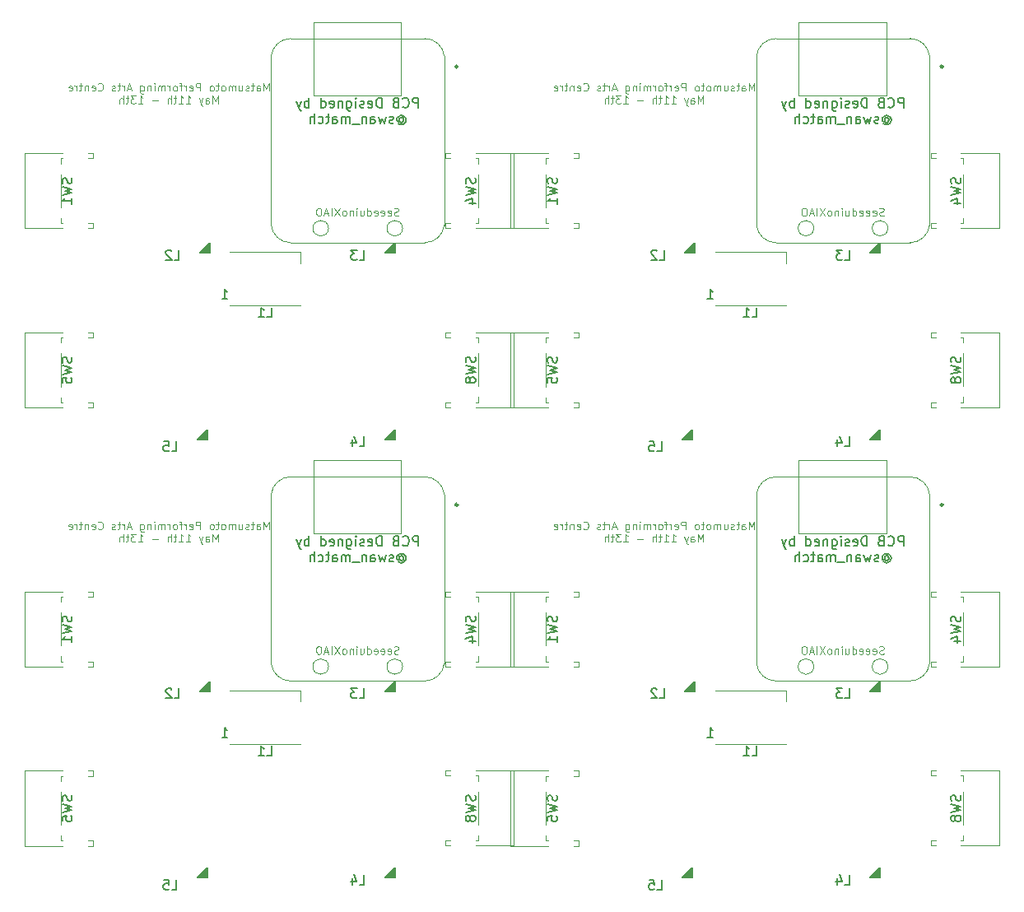
<source format=gbo>
%TF.GenerationSoftware,KiCad,Pcbnew,6.0.2+dfsg-1*%
%TF.CreationDate,2023-03-24T00:01:14+09:00*%
%TF.ProjectId,pcb-panel,7063622d-7061-46e6-956c-2e6b69636164,rev?*%
%TF.SameCoordinates,Original*%
%TF.FileFunction,Legend,Bot*%
%TF.FilePolarity,Positive*%
%FSLAX46Y46*%
G04 Gerber Fmt 4.6, Leading zero omitted, Abs format (unit mm)*
G04 Created by KiCad (PCBNEW 6.0.2+dfsg-1) date 2023-03-24 00:01:14*
%MOMM*%
%LPD*%
G01*
G04 APERTURE LIST*
%ADD10C,0.100000*%
%ADD11C,0.150000*%
%ADD12C,0.120000*%
%ADD13C,0.254000*%
G04 APERTURE END LIST*
D10*
X137285714Y-100682904D02*
X137285714Y-99882904D01*
X137019047Y-100454333D01*
X136752380Y-99882904D01*
X136752380Y-100682904D01*
X136028571Y-100682904D02*
X136028571Y-100263857D01*
X136066666Y-100187666D01*
X136142857Y-100149571D01*
X136295238Y-100149571D01*
X136371428Y-100187666D01*
X136028571Y-100644809D02*
X136104761Y-100682904D01*
X136295238Y-100682904D01*
X136371428Y-100644809D01*
X136409523Y-100568619D01*
X136409523Y-100492428D01*
X136371428Y-100416238D01*
X136295238Y-100378142D01*
X136104761Y-100378142D01*
X136028571Y-100340047D01*
X135761904Y-100149571D02*
X135457142Y-100149571D01*
X135647619Y-99882904D02*
X135647619Y-100568619D01*
X135609523Y-100644809D01*
X135533333Y-100682904D01*
X135457142Y-100682904D01*
X135228571Y-100644809D02*
X135152380Y-100682904D01*
X135000000Y-100682904D01*
X134923809Y-100644809D01*
X134885714Y-100568619D01*
X134885714Y-100530523D01*
X134923809Y-100454333D01*
X135000000Y-100416238D01*
X135114285Y-100416238D01*
X135190476Y-100378142D01*
X135228571Y-100301952D01*
X135228571Y-100263857D01*
X135190476Y-100187666D01*
X135114285Y-100149571D01*
X135000000Y-100149571D01*
X134923809Y-100187666D01*
X134200000Y-100149571D02*
X134200000Y-100682904D01*
X134542857Y-100149571D02*
X134542857Y-100568619D01*
X134504761Y-100644809D01*
X134428571Y-100682904D01*
X134314285Y-100682904D01*
X134238095Y-100644809D01*
X134200000Y-100606714D01*
X133819047Y-100682904D02*
X133819047Y-100149571D01*
X133819047Y-100225761D02*
X133780952Y-100187666D01*
X133704761Y-100149571D01*
X133590476Y-100149571D01*
X133514285Y-100187666D01*
X133476190Y-100263857D01*
X133476190Y-100682904D01*
X133476190Y-100263857D02*
X133438095Y-100187666D01*
X133361904Y-100149571D01*
X133247619Y-100149571D01*
X133171428Y-100187666D01*
X133133333Y-100263857D01*
X133133333Y-100682904D01*
X132638095Y-100682904D02*
X132714285Y-100644809D01*
X132752380Y-100606714D01*
X132790476Y-100530523D01*
X132790476Y-100301952D01*
X132752380Y-100225761D01*
X132714285Y-100187666D01*
X132638095Y-100149571D01*
X132523809Y-100149571D01*
X132447619Y-100187666D01*
X132409523Y-100225761D01*
X132371428Y-100301952D01*
X132371428Y-100530523D01*
X132409523Y-100606714D01*
X132447619Y-100644809D01*
X132523809Y-100682904D01*
X132638095Y-100682904D01*
X132142857Y-100149571D02*
X131838095Y-100149571D01*
X132028571Y-99882904D02*
X132028571Y-100568619D01*
X131990476Y-100644809D01*
X131914285Y-100682904D01*
X131838095Y-100682904D01*
X131457142Y-100682904D02*
X131533333Y-100644809D01*
X131571428Y-100606714D01*
X131609523Y-100530523D01*
X131609523Y-100301952D01*
X131571428Y-100225761D01*
X131533333Y-100187666D01*
X131457142Y-100149571D01*
X131342857Y-100149571D01*
X131266666Y-100187666D01*
X131228571Y-100225761D01*
X131190476Y-100301952D01*
X131190476Y-100530523D01*
X131228571Y-100606714D01*
X131266666Y-100644809D01*
X131342857Y-100682904D01*
X131457142Y-100682904D01*
X130238095Y-100682904D02*
X130238095Y-99882904D01*
X129933333Y-99882904D01*
X129857142Y-99921000D01*
X129819047Y-99959095D01*
X129780952Y-100035285D01*
X129780952Y-100149571D01*
X129819047Y-100225761D01*
X129857142Y-100263857D01*
X129933333Y-100301952D01*
X130238095Y-100301952D01*
X129133333Y-100644809D02*
X129209523Y-100682904D01*
X129361904Y-100682904D01*
X129438095Y-100644809D01*
X129476190Y-100568619D01*
X129476190Y-100263857D01*
X129438095Y-100187666D01*
X129361904Y-100149571D01*
X129209523Y-100149571D01*
X129133333Y-100187666D01*
X129095238Y-100263857D01*
X129095238Y-100340047D01*
X129476190Y-100416238D01*
X128752380Y-100682904D02*
X128752380Y-100149571D01*
X128752380Y-100301952D02*
X128714285Y-100225761D01*
X128676190Y-100187666D01*
X128600000Y-100149571D01*
X128523809Y-100149571D01*
X128371428Y-100149571D02*
X128066666Y-100149571D01*
X128257142Y-100682904D02*
X128257142Y-99997190D01*
X128219047Y-99921000D01*
X128142857Y-99882904D01*
X128066666Y-99882904D01*
X127685714Y-100682904D02*
X127761904Y-100644809D01*
X127800000Y-100606714D01*
X127838095Y-100530523D01*
X127838095Y-100301952D01*
X127800000Y-100225761D01*
X127761904Y-100187666D01*
X127685714Y-100149571D01*
X127571428Y-100149571D01*
X127495238Y-100187666D01*
X127457142Y-100225761D01*
X127419047Y-100301952D01*
X127419047Y-100530523D01*
X127457142Y-100606714D01*
X127495238Y-100644809D01*
X127571428Y-100682904D01*
X127685714Y-100682904D01*
X127076190Y-100682904D02*
X127076190Y-100149571D01*
X127076190Y-100301952D02*
X127038095Y-100225761D01*
X127000000Y-100187666D01*
X126923809Y-100149571D01*
X126847619Y-100149571D01*
X126580952Y-100682904D02*
X126580952Y-100149571D01*
X126580952Y-100225761D02*
X126542857Y-100187666D01*
X126466666Y-100149571D01*
X126352380Y-100149571D01*
X126276190Y-100187666D01*
X126238095Y-100263857D01*
X126238095Y-100682904D01*
X126238095Y-100263857D02*
X126200000Y-100187666D01*
X126123809Y-100149571D01*
X126009523Y-100149571D01*
X125933333Y-100187666D01*
X125895238Y-100263857D01*
X125895238Y-100682904D01*
X125514285Y-100682904D02*
X125514285Y-100149571D01*
X125514285Y-99882904D02*
X125552380Y-99921000D01*
X125514285Y-99959095D01*
X125476190Y-99921000D01*
X125514285Y-99882904D01*
X125514285Y-99959095D01*
X125133333Y-100149571D02*
X125133333Y-100682904D01*
X125133333Y-100225761D02*
X125095238Y-100187666D01*
X125019047Y-100149571D01*
X124904761Y-100149571D01*
X124828571Y-100187666D01*
X124790476Y-100263857D01*
X124790476Y-100682904D01*
X124066666Y-100149571D02*
X124066666Y-100797190D01*
X124104761Y-100873380D01*
X124142857Y-100911476D01*
X124219047Y-100949571D01*
X124333333Y-100949571D01*
X124409523Y-100911476D01*
X124066666Y-100644809D02*
X124142857Y-100682904D01*
X124295238Y-100682904D01*
X124371428Y-100644809D01*
X124409523Y-100606714D01*
X124447619Y-100530523D01*
X124447619Y-100301952D01*
X124409523Y-100225761D01*
X124371428Y-100187666D01*
X124295238Y-100149571D01*
X124142857Y-100149571D01*
X124066666Y-100187666D01*
X123114285Y-100454333D02*
X122733333Y-100454333D01*
X123190476Y-100682904D02*
X122923809Y-99882904D01*
X122657142Y-100682904D01*
X122390476Y-100682904D02*
X122390476Y-100149571D01*
X122390476Y-100301952D02*
X122352380Y-100225761D01*
X122314285Y-100187666D01*
X122238095Y-100149571D01*
X122161904Y-100149571D01*
X122009523Y-100149571D02*
X121704761Y-100149571D01*
X121895238Y-99882904D02*
X121895238Y-100568619D01*
X121857142Y-100644809D01*
X121780952Y-100682904D01*
X121704761Y-100682904D01*
X121476190Y-100644809D02*
X121400000Y-100682904D01*
X121247619Y-100682904D01*
X121171428Y-100644809D01*
X121133333Y-100568619D01*
X121133333Y-100530523D01*
X121171428Y-100454333D01*
X121247619Y-100416238D01*
X121361904Y-100416238D01*
X121438095Y-100378142D01*
X121476190Y-100301952D01*
X121476190Y-100263857D01*
X121438095Y-100187666D01*
X121361904Y-100149571D01*
X121247619Y-100149571D01*
X121171428Y-100187666D01*
X119723809Y-100606714D02*
X119761904Y-100644809D01*
X119876190Y-100682904D01*
X119952380Y-100682904D01*
X120066666Y-100644809D01*
X120142857Y-100568619D01*
X120180952Y-100492428D01*
X120219047Y-100340047D01*
X120219047Y-100225761D01*
X120180952Y-100073380D01*
X120142857Y-99997190D01*
X120066666Y-99921000D01*
X119952380Y-99882904D01*
X119876190Y-99882904D01*
X119761904Y-99921000D01*
X119723809Y-99959095D01*
X119076190Y-100644809D02*
X119152380Y-100682904D01*
X119304761Y-100682904D01*
X119380952Y-100644809D01*
X119419047Y-100568619D01*
X119419047Y-100263857D01*
X119380952Y-100187666D01*
X119304761Y-100149571D01*
X119152380Y-100149571D01*
X119076190Y-100187666D01*
X119038095Y-100263857D01*
X119038095Y-100340047D01*
X119419047Y-100416238D01*
X118695238Y-100149571D02*
X118695238Y-100682904D01*
X118695238Y-100225761D02*
X118657142Y-100187666D01*
X118580952Y-100149571D01*
X118466666Y-100149571D01*
X118390476Y-100187666D01*
X118352380Y-100263857D01*
X118352380Y-100682904D01*
X118085714Y-100149571D02*
X117780952Y-100149571D01*
X117971428Y-99882904D02*
X117971428Y-100568619D01*
X117933333Y-100644809D01*
X117857142Y-100682904D01*
X117780952Y-100682904D01*
X117514285Y-100682904D02*
X117514285Y-100149571D01*
X117514285Y-100301952D02*
X117476190Y-100225761D01*
X117438095Y-100187666D01*
X117361904Y-100149571D01*
X117285714Y-100149571D01*
X116714285Y-100644809D02*
X116790476Y-100682904D01*
X116942857Y-100682904D01*
X117019047Y-100644809D01*
X117057142Y-100568619D01*
X117057142Y-100263857D01*
X117019047Y-100187666D01*
X116942857Y-100149571D01*
X116790476Y-100149571D01*
X116714285Y-100187666D01*
X116676190Y-100263857D01*
X116676190Y-100340047D01*
X117057142Y-100416238D01*
X132047619Y-101970904D02*
X132047619Y-101170904D01*
X131780952Y-101742333D01*
X131514285Y-101170904D01*
X131514285Y-101970904D01*
X130790476Y-101970904D02*
X130790476Y-101551857D01*
X130828571Y-101475666D01*
X130904761Y-101437571D01*
X131057142Y-101437571D01*
X131133333Y-101475666D01*
X130790476Y-101932809D02*
X130866666Y-101970904D01*
X131057142Y-101970904D01*
X131133333Y-101932809D01*
X131171428Y-101856619D01*
X131171428Y-101780428D01*
X131133333Y-101704238D01*
X131057142Y-101666142D01*
X130866666Y-101666142D01*
X130790476Y-101628047D01*
X130485714Y-101437571D02*
X130295238Y-101970904D01*
X130104761Y-101437571D02*
X130295238Y-101970904D01*
X130371428Y-102161380D01*
X130409523Y-102199476D01*
X130485714Y-102237571D01*
X128771428Y-101970904D02*
X129228571Y-101970904D01*
X129000000Y-101970904D02*
X129000000Y-101170904D01*
X129076190Y-101285190D01*
X129152380Y-101361380D01*
X129228571Y-101399476D01*
X128009523Y-101970904D02*
X128466666Y-101970904D01*
X128238095Y-101970904D02*
X128238095Y-101170904D01*
X128314285Y-101285190D01*
X128390476Y-101361380D01*
X128466666Y-101399476D01*
X127780952Y-101437571D02*
X127476190Y-101437571D01*
X127666666Y-101170904D02*
X127666666Y-101856619D01*
X127628571Y-101932809D01*
X127552380Y-101970904D01*
X127476190Y-101970904D01*
X127209523Y-101970904D02*
X127209523Y-101170904D01*
X126866666Y-101970904D02*
X126866666Y-101551857D01*
X126904761Y-101475666D01*
X126980952Y-101437571D01*
X127095238Y-101437571D01*
X127171428Y-101475666D01*
X127209523Y-101513761D01*
X125876190Y-101666142D02*
X125266666Y-101666142D01*
X123857142Y-101970904D02*
X124314285Y-101970904D01*
X124085714Y-101970904D02*
X124085714Y-101170904D01*
X124161904Y-101285190D01*
X124238095Y-101361380D01*
X124314285Y-101399476D01*
X123590476Y-101170904D02*
X123095238Y-101170904D01*
X123361904Y-101475666D01*
X123247619Y-101475666D01*
X123171428Y-101513761D01*
X123133333Y-101551857D01*
X123095238Y-101628047D01*
X123095238Y-101818523D01*
X123133333Y-101894714D01*
X123171428Y-101932809D01*
X123247619Y-101970904D01*
X123476190Y-101970904D01*
X123552380Y-101932809D01*
X123590476Y-101894714D01*
X122866666Y-101437571D02*
X122561904Y-101437571D01*
X122752380Y-101170904D02*
X122752380Y-101856619D01*
X122714285Y-101932809D01*
X122638095Y-101970904D01*
X122561904Y-101970904D01*
X122295238Y-101970904D02*
X122295238Y-101170904D01*
X121952380Y-101970904D02*
X121952380Y-101551857D01*
X121990476Y-101475666D01*
X122066666Y-101437571D01*
X122180952Y-101437571D01*
X122257142Y-101475666D01*
X122295238Y-101513761D01*
X137285714Y-55597904D02*
X137285714Y-54797904D01*
X137019047Y-55369333D01*
X136752380Y-54797904D01*
X136752380Y-55597904D01*
X136028571Y-55597904D02*
X136028571Y-55178857D01*
X136066666Y-55102666D01*
X136142857Y-55064571D01*
X136295238Y-55064571D01*
X136371428Y-55102666D01*
X136028571Y-55559809D02*
X136104761Y-55597904D01*
X136295238Y-55597904D01*
X136371428Y-55559809D01*
X136409523Y-55483619D01*
X136409523Y-55407428D01*
X136371428Y-55331238D01*
X136295238Y-55293142D01*
X136104761Y-55293142D01*
X136028571Y-55255047D01*
X135761904Y-55064571D02*
X135457142Y-55064571D01*
X135647619Y-54797904D02*
X135647619Y-55483619D01*
X135609523Y-55559809D01*
X135533333Y-55597904D01*
X135457142Y-55597904D01*
X135228571Y-55559809D02*
X135152380Y-55597904D01*
X135000000Y-55597904D01*
X134923809Y-55559809D01*
X134885714Y-55483619D01*
X134885714Y-55445523D01*
X134923809Y-55369333D01*
X135000000Y-55331238D01*
X135114285Y-55331238D01*
X135190476Y-55293142D01*
X135228571Y-55216952D01*
X135228571Y-55178857D01*
X135190476Y-55102666D01*
X135114285Y-55064571D01*
X135000000Y-55064571D01*
X134923809Y-55102666D01*
X134200000Y-55064571D02*
X134200000Y-55597904D01*
X134542857Y-55064571D02*
X134542857Y-55483619D01*
X134504761Y-55559809D01*
X134428571Y-55597904D01*
X134314285Y-55597904D01*
X134238095Y-55559809D01*
X134200000Y-55521714D01*
X133819047Y-55597904D02*
X133819047Y-55064571D01*
X133819047Y-55140761D02*
X133780952Y-55102666D01*
X133704761Y-55064571D01*
X133590476Y-55064571D01*
X133514285Y-55102666D01*
X133476190Y-55178857D01*
X133476190Y-55597904D01*
X133476190Y-55178857D02*
X133438095Y-55102666D01*
X133361904Y-55064571D01*
X133247619Y-55064571D01*
X133171428Y-55102666D01*
X133133333Y-55178857D01*
X133133333Y-55597904D01*
X132638095Y-55597904D02*
X132714285Y-55559809D01*
X132752380Y-55521714D01*
X132790476Y-55445523D01*
X132790476Y-55216952D01*
X132752380Y-55140761D01*
X132714285Y-55102666D01*
X132638095Y-55064571D01*
X132523809Y-55064571D01*
X132447619Y-55102666D01*
X132409523Y-55140761D01*
X132371428Y-55216952D01*
X132371428Y-55445523D01*
X132409523Y-55521714D01*
X132447619Y-55559809D01*
X132523809Y-55597904D01*
X132638095Y-55597904D01*
X132142857Y-55064571D02*
X131838095Y-55064571D01*
X132028571Y-54797904D02*
X132028571Y-55483619D01*
X131990476Y-55559809D01*
X131914285Y-55597904D01*
X131838095Y-55597904D01*
X131457142Y-55597904D02*
X131533333Y-55559809D01*
X131571428Y-55521714D01*
X131609523Y-55445523D01*
X131609523Y-55216952D01*
X131571428Y-55140761D01*
X131533333Y-55102666D01*
X131457142Y-55064571D01*
X131342857Y-55064571D01*
X131266666Y-55102666D01*
X131228571Y-55140761D01*
X131190476Y-55216952D01*
X131190476Y-55445523D01*
X131228571Y-55521714D01*
X131266666Y-55559809D01*
X131342857Y-55597904D01*
X131457142Y-55597904D01*
X130238095Y-55597904D02*
X130238095Y-54797904D01*
X129933333Y-54797904D01*
X129857142Y-54836000D01*
X129819047Y-54874095D01*
X129780952Y-54950285D01*
X129780952Y-55064571D01*
X129819047Y-55140761D01*
X129857142Y-55178857D01*
X129933333Y-55216952D01*
X130238095Y-55216952D01*
X129133333Y-55559809D02*
X129209523Y-55597904D01*
X129361904Y-55597904D01*
X129438095Y-55559809D01*
X129476190Y-55483619D01*
X129476190Y-55178857D01*
X129438095Y-55102666D01*
X129361904Y-55064571D01*
X129209523Y-55064571D01*
X129133333Y-55102666D01*
X129095238Y-55178857D01*
X129095238Y-55255047D01*
X129476190Y-55331238D01*
X128752380Y-55597904D02*
X128752380Y-55064571D01*
X128752380Y-55216952D02*
X128714285Y-55140761D01*
X128676190Y-55102666D01*
X128600000Y-55064571D01*
X128523809Y-55064571D01*
X128371428Y-55064571D02*
X128066666Y-55064571D01*
X128257142Y-55597904D02*
X128257142Y-54912190D01*
X128219047Y-54836000D01*
X128142857Y-54797904D01*
X128066666Y-54797904D01*
X127685714Y-55597904D02*
X127761904Y-55559809D01*
X127800000Y-55521714D01*
X127838095Y-55445523D01*
X127838095Y-55216952D01*
X127800000Y-55140761D01*
X127761904Y-55102666D01*
X127685714Y-55064571D01*
X127571428Y-55064571D01*
X127495238Y-55102666D01*
X127457142Y-55140761D01*
X127419047Y-55216952D01*
X127419047Y-55445523D01*
X127457142Y-55521714D01*
X127495238Y-55559809D01*
X127571428Y-55597904D01*
X127685714Y-55597904D01*
X127076190Y-55597904D02*
X127076190Y-55064571D01*
X127076190Y-55216952D02*
X127038095Y-55140761D01*
X127000000Y-55102666D01*
X126923809Y-55064571D01*
X126847619Y-55064571D01*
X126580952Y-55597904D02*
X126580952Y-55064571D01*
X126580952Y-55140761D02*
X126542857Y-55102666D01*
X126466666Y-55064571D01*
X126352380Y-55064571D01*
X126276190Y-55102666D01*
X126238095Y-55178857D01*
X126238095Y-55597904D01*
X126238095Y-55178857D02*
X126200000Y-55102666D01*
X126123809Y-55064571D01*
X126009523Y-55064571D01*
X125933333Y-55102666D01*
X125895238Y-55178857D01*
X125895238Y-55597904D01*
X125514285Y-55597904D02*
X125514285Y-55064571D01*
X125514285Y-54797904D02*
X125552380Y-54836000D01*
X125514285Y-54874095D01*
X125476190Y-54836000D01*
X125514285Y-54797904D01*
X125514285Y-54874095D01*
X125133333Y-55064571D02*
X125133333Y-55597904D01*
X125133333Y-55140761D02*
X125095238Y-55102666D01*
X125019047Y-55064571D01*
X124904761Y-55064571D01*
X124828571Y-55102666D01*
X124790476Y-55178857D01*
X124790476Y-55597904D01*
X124066666Y-55064571D02*
X124066666Y-55712190D01*
X124104761Y-55788380D01*
X124142857Y-55826476D01*
X124219047Y-55864571D01*
X124333333Y-55864571D01*
X124409523Y-55826476D01*
X124066666Y-55559809D02*
X124142857Y-55597904D01*
X124295238Y-55597904D01*
X124371428Y-55559809D01*
X124409523Y-55521714D01*
X124447619Y-55445523D01*
X124447619Y-55216952D01*
X124409523Y-55140761D01*
X124371428Y-55102666D01*
X124295238Y-55064571D01*
X124142857Y-55064571D01*
X124066666Y-55102666D01*
X123114285Y-55369333D02*
X122733333Y-55369333D01*
X123190476Y-55597904D02*
X122923809Y-54797904D01*
X122657142Y-55597904D01*
X122390476Y-55597904D02*
X122390476Y-55064571D01*
X122390476Y-55216952D02*
X122352380Y-55140761D01*
X122314285Y-55102666D01*
X122238095Y-55064571D01*
X122161904Y-55064571D01*
X122009523Y-55064571D02*
X121704761Y-55064571D01*
X121895238Y-54797904D02*
X121895238Y-55483619D01*
X121857142Y-55559809D01*
X121780952Y-55597904D01*
X121704761Y-55597904D01*
X121476190Y-55559809D02*
X121400000Y-55597904D01*
X121247619Y-55597904D01*
X121171428Y-55559809D01*
X121133333Y-55483619D01*
X121133333Y-55445523D01*
X121171428Y-55369333D01*
X121247619Y-55331238D01*
X121361904Y-55331238D01*
X121438095Y-55293142D01*
X121476190Y-55216952D01*
X121476190Y-55178857D01*
X121438095Y-55102666D01*
X121361904Y-55064571D01*
X121247619Y-55064571D01*
X121171428Y-55102666D01*
X119723809Y-55521714D02*
X119761904Y-55559809D01*
X119876190Y-55597904D01*
X119952380Y-55597904D01*
X120066666Y-55559809D01*
X120142857Y-55483619D01*
X120180952Y-55407428D01*
X120219047Y-55255047D01*
X120219047Y-55140761D01*
X120180952Y-54988380D01*
X120142857Y-54912190D01*
X120066666Y-54836000D01*
X119952380Y-54797904D01*
X119876190Y-54797904D01*
X119761904Y-54836000D01*
X119723809Y-54874095D01*
X119076190Y-55559809D02*
X119152380Y-55597904D01*
X119304761Y-55597904D01*
X119380952Y-55559809D01*
X119419047Y-55483619D01*
X119419047Y-55178857D01*
X119380952Y-55102666D01*
X119304761Y-55064571D01*
X119152380Y-55064571D01*
X119076190Y-55102666D01*
X119038095Y-55178857D01*
X119038095Y-55255047D01*
X119419047Y-55331238D01*
X118695238Y-55064571D02*
X118695238Y-55597904D01*
X118695238Y-55140761D02*
X118657142Y-55102666D01*
X118580952Y-55064571D01*
X118466666Y-55064571D01*
X118390476Y-55102666D01*
X118352380Y-55178857D01*
X118352380Y-55597904D01*
X118085714Y-55064571D02*
X117780952Y-55064571D01*
X117971428Y-54797904D02*
X117971428Y-55483619D01*
X117933333Y-55559809D01*
X117857142Y-55597904D01*
X117780952Y-55597904D01*
X117514285Y-55597904D02*
X117514285Y-55064571D01*
X117514285Y-55216952D02*
X117476190Y-55140761D01*
X117438095Y-55102666D01*
X117361904Y-55064571D01*
X117285714Y-55064571D01*
X116714285Y-55559809D02*
X116790476Y-55597904D01*
X116942857Y-55597904D01*
X117019047Y-55559809D01*
X117057142Y-55483619D01*
X117057142Y-55178857D01*
X117019047Y-55102666D01*
X116942857Y-55064571D01*
X116790476Y-55064571D01*
X116714285Y-55102666D01*
X116676190Y-55178857D01*
X116676190Y-55255047D01*
X117057142Y-55331238D01*
X132047619Y-56885904D02*
X132047619Y-56085904D01*
X131780952Y-56657333D01*
X131514285Y-56085904D01*
X131514285Y-56885904D01*
X130790476Y-56885904D02*
X130790476Y-56466857D01*
X130828571Y-56390666D01*
X130904761Y-56352571D01*
X131057142Y-56352571D01*
X131133333Y-56390666D01*
X130790476Y-56847809D02*
X130866666Y-56885904D01*
X131057142Y-56885904D01*
X131133333Y-56847809D01*
X131171428Y-56771619D01*
X131171428Y-56695428D01*
X131133333Y-56619238D01*
X131057142Y-56581142D01*
X130866666Y-56581142D01*
X130790476Y-56543047D01*
X130485714Y-56352571D02*
X130295238Y-56885904D01*
X130104761Y-56352571D02*
X130295238Y-56885904D01*
X130371428Y-57076380D01*
X130409523Y-57114476D01*
X130485714Y-57152571D01*
X128771428Y-56885904D02*
X129228571Y-56885904D01*
X129000000Y-56885904D02*
X129000000Y-56085904D01*
X129076190Y-56200190D01*
X129152380Y-56276380D01*
X129228571Y-56314476D01*
X128009523Y-56885904D02*
X128466666Y-56885904D01*
X128238095Y-56885904D02*
X128238095Y-56085904D01*
X128314285Y-56200190D01*
X128390476Y-56276380D01*
X128466666Y-56314476D01*
X127780952Y-56352571D02*
X127476190Y-56352571D01*
X127666666Y-56085904D02*
X127666666Y-56771619D01*
X127628571Y-56847809D01*
X127552380Y-56885904D01*
X127476190Y-56885904D01*
X127209523Y-56885904D02*
X127209523Y-56085904D01*
X126866666Y-56885904D02*
X126866666Y-56466857D01*
X126904761Y-56390666D01*
X126980952Y-56352571D01*
X127095238Y-56352571D01*
X127171428Y-56390666D01*
X127209523Y-56428761D01*
X125876190Y-56581142D02*
X125266666Y-56581142D01*
X123857142Y-56885904D02*
X124314285Y-56885904D01*
X124085714Y-56885904D02*
X124085714Y-56085904D01*
X124161904Y-56200190D01*
X124238095Y-56276380D01*
X124314285Y-56314476D01*
X123590476Y-56085904D02*
X123095238Y-56085904D01*
X123361904Y-56390666D01*
X123247619Y-56390666D01*
X123171428Y-56428761D01*
X123133333Y-56466857D01*
X123095238Y-56543047D01*
X123095238Y-56733523D01*
X123133333Y-56809714D01*
X123171428Y-56847809D01*
X123247619Y-56885904D01*
X123476190Y-56885904D01*
X123552380Y-56847809D01*
X123590476Y-56809714D01*
X122866666Y-56352571D02*
X122561904Y-56352571D01*
X122752380Y-56085904D02*
X122752380Y-56771619D01*
X122714285Y-56847809D01*
X122638095Y-56885904D01*
X122561904Y-56885904D01*
X122295238Y-56885904D02*
X122295238Y-56085904D01*
X121952380Y-56885904D02*
X121952380Y-56466857D01*
X121990476Y-56390666D01*
X122066666Y-56352571D01*
X122180952Y-56352571D01*
X122257142Y-56390666D01*
X122295238Y-56428761D01*
X87374714Y-55597904D02*
X87374714Y-54797904D01*
X87108047Y-55369333D01*
X86841380Y-54797904D01*
X86841380Y-55597904D01*
X86117571Y-55597904D02*
X86117571Y-55178857D01*
X86155666Y-55102666D01*
X86231857Y-55064571D01*
X86384238Y-55064571D01*
X86460428Y-55102666D01*
X86117571Y-55559809D02*
X86193761Y-55597904D01*
X86384238Y-55597904D01*
X86460428Y-55559809D01*
X86498523Y-55483619D01*
X86498523Y-55407428D01*
X86460428Y-55331238D01*
X86384238Y-55293142D01*
X86193761Y-55293142D01*
X86117571Y-55255047D01*
X85850904Y-55064571D02*
X85546142Y-55064571D01*
X85736619Y-54797904D02*
X85736619Y-55483619D01*
X85698523Y-55559809D01*
X85622333Y-55597904D01*
X85546142Y-55597904D01*
X85317571Y-55559809D02*
X85241380Y-55597904D01*
X85089000Y-55597904D01*
X85012809Y-55559809D01*
X84974714Y-55483619D01*
X84974714Y-55445523D01*
X85012809Y-55369333D01*
X85089000Y-55331238D01*
X85203285Y-55331238D01*
X85279476Y-55293142D01*
X85317571Y-55216952D01*
X85317571Y-55178857D01*
X85279476Y-55102666D01*
X85203285Y-55064571D01*
X85089000Y-55064571D01*
X85012809Y-55102666D01*
X84289000Y-55064571D02*
X84289000Y-55597904D01*
X84631857Y-55064571D02*
X84631857Y-55483619D01*
X84593761Y-55559809D01*
X84517571Y-55597904D01*
X84403285Y-55597904D01*
X84327095Y-55559809D01*
X84289000Y-55521714D01*
X83908047Y-55597904D02*
X83908047Y-55064571D01*
X83908047Y-55140761D02*
X83869952Y-55102666D01*
X83793761Y-55064571D01*
X83679476Y-55064571D01*
X83603285Y-55102666D01*
X83565190Y-55178857D01*
X83565190Y-55597904D01*
X83565190Y-55178857D02*
X83527095Y-55102666D01*
X83450904Y-55064571D01*
X83336619Y-55064571D01*
X83260428Y-55102666D01*
X83222333Y-55178857D01*
X83222333Y-55597904D01*
X82727095Y-55597904D02*
X82803285Y-55559809D01*
X82841380Y-55521714D01*
X82879476Y-55445523D01*
X82879476Y-55216952D01*
X82841380Y-55140761D01*
X82803285Y-55102666D01*
X82727095Y-55064571D01*
X82612809Y-55064571D01*
X82536619Y-55102666D01*
X82498523Y-55140761D01*
X82460428Y-55216952D01*
X82460428Y-55445523D01*
X82498523Y-55521714D01*
X82536619Y-55559809D01*
X82612809Y-55597904D01*
X82727095Y-55597904D01*
X82231857Y-55064571D02*
X81927095Y-55064571D01*
X82117571Y-54797904D02*
X82117571Y-55483619D01*
X82079476Y-55559809D01*
X82003285Y-55597904D01*
X81927095Y-55597904D01*
X81546142Y-55597904D02*
X81622333Y-55559809D01*
X81660428Y-55521714D01*
X81698523Y-55445523D01*
X81698523Y-55216952D01*
X81660428Y-55140761D01*
X81622333Y-55102666D01*
X81546142Y-55064571D01*
X81431857Y-55064571D01*
X81355666Y-55102666D01*
X81317571Y-55140761D01*
X81279476Y-55216952D01*
X81279476Y-55445523D01*
X81317571Y-55521714D01*
X81355666Y-55559809D01*
X81431857Y-55597904D01*
X81546142Y-55597904D01*
X80327095Y-55597904D02*
X80327095Y-54797904D01*
X80022333Y-54797904D01*
X79946142Y-54836000D01*
X79908047Y-54874095D01*
X79869952Y-54950285D01*
X79869952Y-55064571D01*
X79908047Y-55140761D01*
X79946142Y-55178857D01*
X80022333Y-55216952D01*
X80327095Y-55216952D01*
X79222333Y-55559809D02*
X79298523Y-55597904D01*
X79450904Y-55597904D01*
X79527095Y-55559809D01*
X79565190Y-55483619D01*
X79565190Y-55178857D01*
X79527095Y-55102666D01*
X79450904Y-55064571D01*
X79298523Y-55064571D01*
X79222333Y-55102666D01*
X79184238Y-55178857D01*
X79184238Y-55255047D01*
X79565190Y-55331238D01*
X78841380Y-55597904D02*
X78841380Y-55064571D01*
X78841380Y-55216952D02*
X78803285Y-55140761D01*
X78765190Y-55102666D01*
X78689000Y-55064571D01*
X78612809Y-55064571D01*
X78460428Y-55064571D02*
X78155666Y-55064571D01*
X78346142Y-55597904D02*
X78346142Y-54912190D01*
X78308047Y-54836000D01*
X78231857Y-54797904D01*
X78155666Y-54797904D01*
X77774714Y-55597904D02*
X77850904Y-55559809D01*
X77889000Y-55521714D01*
X77927095Y-55445523D01*
X77927095Y-55216952D01*
X77889000Y-55140761D01*
X77850904Y-55102666D01*
X77774714Y-55064571D01*
X77660428Y-55064571D01*
X77584238Y-55102666D01*
X77546142Y-55140761D01*
X77508047Y-55216952D01*
X77508047Y-55445523D01*
X77546142Y-55521714D01*
X77584238Y-55559809D01*
X77660428Y-55597904D01*
X77774714Y-55597904D01*
X77165190Y-55597904D02*
X77165190Y-55064571D01*
X77165190Y-55216952D02*
X77127095Y-55140761D01*
X77089000Y-55102666D01*
X77012809Y-55064571D01*
X76936619Y-55064571D01*
X76669952Y-55597904D02*
X76669952Y-55064571D01*
X76669952Y-55140761D02*
X76631857Y-55102666D01*
X76555666Y-55064571D01*
X76441380Y-55064571D01*
X76365190Y-55102666D01*
X76327095Y-55178857D01*
X76327095Y-55597904D01*
X76327095Y-55178857D02*
X76289000Y-55102666D01*
X76212809Y-55064571D01*
X76098523Y-55064571D01*
X76022333Y-55102666D01*
X75984238Y-55178857D01*
X75984238Y-55597904D01*
X75603285Y-55597904D02*
X75603285Y-55064571D01*
X75603285Y-54797904D02*
X75641380Y-54836000D01*
X75603285Y-54874095D01*
X75565190Y-54836000D01*
X75603285Y-54797904D01*
X75603285Y-54874095D01*
X75222333Y-55064571D02*
X75222333Y-55597904D01*
X75222333Y-55140761D02*
X75184238Y-55102666D01*
X75108047Y-55064571D01*
X74993761Y-55064571D01*
X74917571Y-55102666D01*
X74879476Y-55178857D01*
X74879476Y-55597904D01*
X74155666Y-55064571D02*
X74155666Y-55712190D01*
X74193761Y-55788380D01*
X74231857Y-55826476D01*
X74308047Y-55864571D01*
X74422333Y-55864571D01*
X74498523Y-55826476D01*
X74155666Y-55559809D02*
X74231857Y-55597904D01*
X74384238Y-55597904D01*
X74460428Y-55559809D01*
X74498523Y-55521714D01*
X74536619Y-55445523D01*
X74536619Y-55216952D01*
X74498523Y-55140761D01*
X74460428Y-55102666D01*
X74384238Y-55064571D01*
X74231857Y-55064571D01*
X74155666Y-55102666D01*
X73203285Y-55369333D02*
X72822333Y-55369333D01*
X73279476Y-55597904D02*
X73012809Y-54797904D01*
X72746142Y-55597904D01*
X72479476Y-55597904D02*
X72479476Y-55064571D01*
X72479476Y-55216952D02*
X72441380Y-55140761D01*
X72403285Y-55102666D01*
X72327095Y-55064571D01*
X72250904Y-55064571D01*
X72098523Y-55064571D02*
X71793761Y-55064571D01*
X71984238Y-54797904D02*
X71984238Y-55483619D01*
X71946142Y-55559809D01*
X71869952Y-55597904D01*
X71793761Y-55597904D01*
X71565190Y-55559809D02*
X71489000Y-55597904D01*
X71336619Y-55597904D01*
X71260428Y-55559809D01*
X71222333Y-55483619D01*
X71222333Y-55445523D01*
X71260428Y-55369333D01*
X71336619Y-55331238D01*
X71450904Y-55331238D01*
X71527095Y-55293142D01*
X71565190Y-55216952D01*
X71565190Y-55178857D01*
X71527095Y-55102666D01*
X71450904Y-55064571D01*
X71336619Y-55064571D01*
X71260428Y-55102666D01*
X69812809Y-55521714D02*
X69850904Y-55559809D01*
X69965190Y-55597904D01*
X70041380Y-55597904D01*
X70155666Y-55559809D01*
X70231857Y-55483619D01*
X70269952Y-55407428D01*
X70308047Y-55255047D01*
X70308047Y-55140761D01*
X70269952Y-54988380D01*
X70231857Y-54912190D01*
X70155666Y-54836000D01*
X70041380Y-54797904D01*
X69965190Y-54797904D01*
X69850904Y-54836000D01*
X69812809Y-54874095D01*
X69165190Y-55559809D02*
X69241380Y-55597904D01*
X69393761Y-55597904D01*
X69469952Y-55559809D01*
X69508047Y-55483619D01*
X69508047Y-55178857D01*
X69469952Y-55102666D01*
X69393761Y-55064571D01*
X69241380Y-55064571D01*
X69165190Y-55102666D01*
X69127095Y-55178857D01*
X69127095Y-55255047D01*
X69508047Y-55331238D01*
X68784238Y-55064571D02*
X68784238Y-55597904D01*
X68784238Y-55140761D02*
X68746142Y-55102666D01*
X68669952Y-55064571D01*
X68555666Y-55064571D01*
X68479476Y-55102666D01*
X68441380Y-55178857D01*
X68441380Y-55597904D01*
X68174714Y-55064571D02*
X67869952Y-55064571D01*
X68060428Y-54797904D02*
X68060428Y-55483619D01*
X68022333Y-55559809D01*
X67946142Y-55597904D01*
X67869952Y-55597904D01*
X67603285Y-55597904D02*
X67603285Y-55064571D01*
X67603285Y-55216952D02*
X67565190Y-55140761D01*
X67527095Y-55102666D01*
X67450904Y-55064571D01*
X67374714Y-55064571D01*
X66803285Y-55559809D02*
X66879476Y-55597904D01*
X67031857Y-55597904D01*
X67108047Y-55559809D01*
X67146142Y-55483619D01*
X67146142Y-55178857D01*
X67108047Y-55102666D01*
X67031857Y-55064571D01*
X66879476Y-55064571D01*
X66803285Y-55102666D01*
X66765190Y-55178857D01*
X66765190Y-55255047D01*
X67146142Y-55331238D01*
X82136619Y-56885904D02*
X82136619Y-56085904D01*
X81869952Y-56657333D01*
X81603285Y-56085904D01*
X81603285Y-56885904D01*
X80879476Y-56885904D02*
X80879476Y-56466857D01*
X80917571Y-56390666D01*
X80993761Y-56352571D01*
X81146142Y-56352571D01*
X81222333Y-56390666D01*
X80879476Y-56847809D02*
X80955666Y-56885904D01*
X81146142Y-56885904D01*
X81222333Y-56847809D01*
X81260428Y-56771619D01*
X81260428Y-56695428D01*
X81222333Y-56619238D01*
X81146142Y-56581142D01*
X80955666Y-56581142D01*
X80879476Y-56543047D01*
X80574714Y-56352571D02*
X80384238Y-56885904D01*
X80193761Y-56352571D02*
X80384238Y-56885904D01*
X80460428Y-57076380D01*
X80498523Y-57114476D01*
X80574714Y-57152571D01*
X78860428Y-56885904D02*
X79317571Y-56885904D01*
X79089000Y-56885904D02*
X79089000Y-56085904D01*
X79165190Y-56200190D01*
X79241380Y-56276380D01*
X79317571Y-56314476D01*
X78098523Y-56885904D02*
X78555666Y-56885904D01*
X78327095Y-56885904D02*
X78327095Y-56085904D01*
X78403285Y-56200190D01*
X78479476Y-56276380D01*
X78555666Y-56314476D01*
X77869952Y-56352571D02*
X77565190Y-56352571D01*
X77755666Y-56085904D02*
X77755666Y-56771619D01*
X77717571Y-56847809D01*
X77641380Y-56885904D01*
X77565190Y-56885904D01*
X77298523Y-56885904D02*
X77298523Y-56085904D01*
X76955666Y-56885904D02*
X76955666Y-56466857D01*
X76993761Y-56390666D01*
X77069952Y-56352571D01*
X77184238Y-56352571D01*
X77260428Y-56390666D01*
X77298523Y-56428761D01*
X75965190Y-56581142D02*
X75355666Y-56581142D01*
X73946142Y-56885904D02*
X74403285Y-56885904D01*
X74174714Y-56885904D02*
X74174714Y-56085904D01*
X74250904Y-56200190D01*
X74327095Y-56276380D01*
X74403285Y-56314476D01*
X73679476Y-56085904D02*
X73184238Y-56085904D01*
X73450904Y-56390666D01*
X73336619Y-56390666D01*
X73260428Y-56428761D01*
X73222333Y-56466857D01*
X73184238Y-56543047D01*
X73184238Y-56733523D01*
X73222333Y-56809714D01*
X73260428Y-56847809D01*
X73336619Y-56885904D01*
X73565190Y-56885904D01*
X73641380Y-56847809D01*
X73679476Y-56809714D01*
X72955666Y-56352571D02*
X72650904Y-56352571D01*
X72841380Y-56085904D02*
X72841380Y-56771619D01*
X72803285Y-56847809D01*
X72727095Y-56885904D01*
X72650904Y-56885904D01*
X72384238Y-56885904D02*
X72384238Y-56085904D01*
X72041380Y-56885904D02*
X72041380Y-56466857D01*
X72079476Y-56390666D01*
X72155666Y-56352571D01*
X72269952Y-56352571D01*
X72346142Y-56390666D01*
X72384238Y-56428761D01*
D11*
X152645285Y-102390380D02*
X152645285Y-101390380D01*
X152264333Y-101390380D01*
X152169095Y-101438000D01*
X152121476Y-101485619D01*
X152073857Y-101580857D01*
X152073857Y-101723714D01*
X152121476Y-101818952D01*
X152169095Y-101866571D01*
X152264333Y-101914190D01*
X152645285Y-101914190D01*
X151073857Y-102295142D02*
X151121476Y-102342761D01*
X151264333Y-102390380D01*
X151359571Y-102390380D01*
X151502428Y-102342761D01*
X151597666Y-102247523D01*
X151645285Y-102152285D01*
X151692904Y-101961809D01*
X151692904Y-101818952D01*
X151645285Y-101628476D01*
X151597666Y-101533238D01*
X151502428Y-101438000D01*
X151359571Y-101390380D01*
X151264333Y-101390380D01*
X151121476Y-101438000D01*
X151073857Y-101485619D01*
X150311952Y-101866571D02*
X150169095Y-101914190D01*
X150121476Y-101961809D01*
X150073857Y-102057047D01*
X150073857Y-102199904D01*
X150121476Y-102295142D01*
X150169095Y-102342761D01*
X150264333Y-102390380D01*
X150645285Y-102390380D01*
X150645285Y-101390380D01*
X150311952Y-101390380D01*
X150216714Y-101438000D01*
X150169095Y-101485619D01*
X150121476Y-101580857D01*
X150121476Y-101676095D01*
X150169095Y-101771333D01*
X150216714Y-101818952D01*
X150311952Y-101866571D01*
X150645285Y-101866571D01*
X148883380Y-102390380D02*
X148883380Y-101390380D01*
X148645285Y-101390380D01*
X148502428Y-101438000D01*
X148407190Y-101533238D01*
X148359571Y-101628476D01*
X148311952Y-101818952D01*
X148311952Y-101961809D01*
X148359571Y-102152285D01*
X148407190Y-102247523D01*
X148502428Y-102342761D01*
X148645285Y-102390380D01*
X148883380Y-102390380D01*
X147502428Y-102342761D02*
X147597666Y-102390380D01*
X147788142Y-102390380D01*
X147883380Y-102342761D01*
X147931000Y-102247523D01*
X147931000Y-101866571D01*
X147883380Y-101771333D01*
X147788142Y-101723714D01*
X147597666Y-101723714D01*
X147502428Y-101771333D01*
X147454809Y-101866571D01*
X147454809Y-101961809D01*
X147931000Y-102057047D01*
X147073857Y-102342761D02*
X146978619Y-102390380D01*
X146788142Y-102390380D01*
X146692904Y-102342761D01*
X146645285Y-102247523D01*
X146645285Y-102199904D01*
X146692904Y-102104666D01*
X146788142Y-102057047D01*
X146931000Y-102057047D01*
X147026238Y-102009428D01*
X147073857Y-101914190D01*
X147073857Y-101866571D01*
X147026238Y-101771333D01*
X146931000Y-101723714D01*
X146788142Y-101723714D01*
X146692904Y-101771333D01*
X146216714Y-102390380D02*
X146216714Y-101723714D01*
X146216714Y-101390380D02*
X146264333Y-101438000D01*
X146216714Y-101485619D01*
X146169095Y-101438000D01*
X146216714Y-101390380D01*
X146216714Y-101485619D01*
X145311952Y-101723714D02*
X145311952Y-102533238D01*
X145359571Y-102628476D01*
X145407190Y-102676095D01*
X145502428Y-102723714D01*
X145645285Y-102723714D01*
X145740523Y-102676095D01*
X145311952Y-102342761D02*
X145407190Y-102390380D01*
X145597666Y-102390380D01*
X145692904Y-102342761D01*
X145740523Y-102295142D01*
X145788142Y-102199904D01*
X145788142Y-101914190D01*
X145740523Y-101818952D01*
X145692904Y-101771333D01*
X145597666Y-101723714D01*
X145407190Y-101723714D01*
X145311952Y-101771333D01*
X144835761Y-101723714D02*
X144835761Y-102390380D01*
X144835761Y-101818952D02*
X144788142Y-101771333D01*
X144692904Y-101723714D01*
X144550047Y-101723714D01*
X144454809Y-101771333D01*
X144407190Y-101866571D01*
X144407190Y-102390380D01*
X143550047Y-102342761D02*
X143645285Y-102390380D01*
X143835761Y-102390380D01*
X143931000Y-102342761D01*
X143978619Y-102247523D01*
X143978619Y-101866571D01*
X143931000Y-101771333D01*
X143835761Y-101723714D01*
X143645285Y-101723714D01*
X143550047Y-101771333D01*
X143502428Y-101866571D01*
X143502428Y-101961809D01*
X143978619Y-102057047D01*
X142645285Y-102390380D02*
X142645285Y-101390380D01*
X142645285Y-102342761D02*
X142740523Y-102390380D01*
X142931000Y-102390380D01*
X143026238Y-102342761D01*
X143073857Y-102295142D01*
X143121476Y-102199904D01*
X143121476Y-101914190D01*
X143073857Y-101818952D01*
X143026238Y-101771333D01*
X142931000Y-101723714D01*
X142740523Y-101723714D01*
X142645285Y-101771333D01*
X141407190Y-102390380D02*
X141407190Y-101390380D01*
X141407190Y-101771333D02*
X141311952Y-101723714D01*
X141121476Y-101723714D01*
X141026238Y-101771333D01*
X140978619Y-101818952D01*
X140931000Y-101914190D01*
X140931000Y-102199904D01*
X140978619Y-102295142D01*
X141026238Y-102342761D01*
X141121476Y-102390380D01*
X141311952Y-102390380D01*
X141407190Y-102342761D01*
X140597666Y-101723714D02*
X140359571Y-102390380D01*
X140121476Y-101723714D02*
X140359571Y-102390380D01*
X140454809Y-102628476D01*
X140502428Y-102676095D01*
X140597666Y-102723714D01*
X150716714Y-103524190D02*
X150764333Y-103476571D01*
X150859571Y-103428952D01*
X150954809Y-103428952D01*
X151050047Y-103476571D01*
X151097666Y-103524190D01*
X151145285Y-103619428D01*
X151145285Y-103714666D01*
X151097666Y-103809904D01*
X151050047Y-103857523D01*
X150954809Y-103905142D01*
X150859571Y-103905142D01*
X150764333Y-103857523D01*
X150716714Y-103809904D01*
X150716714Y-103428952D02*
X150716714Y-103809904D01*
X150669095Y-103857523D01*
X150621476Y-103857523D01*
X150526238Y-103809904D01*
X150478619Y-103714666D01*
X150478619Y-103476571D01*
X150573857Y-103333714D01*
X150716714Y-103238476D01*
X150907190Y-103190857D01*
X151097666Y-103238476D01*
X151240523Y-103333714D01*
X151335761Y-103476571D01*
X151383380Y-103667047D01*
X151335761Y-103857523D01*
X151240523Y-104000380D01*
X151097666Y-104095619D01*
X150907190Y-104143238D01*
X150716714Y-104095619D01*
X150573857Y-104000380D01*
X150097666Y-103952761D02*
X150002428Y-104000380D01*
X149811952Y-104000380D01*
X149716714Y-103952761D01*
X149669095Y-103857523D01*
X149669095Y-103809904D01*
X149716714Y-103714666D01*
X149811952Y-103667047D01*
X149954809Y-103667047D01*
X150050047Y-103619428D01*
X150097666Y-103524190D01*
X150097666Y-103476571D01*
X150050047Y-103381333D01*
X149954809Y-103333714D01*
X149811952Y-103333714D01*
X149716714Y-103381333D01*
X149335761Y-103333714D02*
X149145285Y-104000380D01*
X148954809Y-103524190D01*
X148764333Y-104000380D01*
X148573857Y-103333714D01*
X147764333Y-104000380D02*
X147764333Y-103476571D01*
X147811952Y-103381333D01*
X147907190Y-103333714D01*
X148097666Y-103333714D01*
X148192904Y-103381333D01*
X147764333Y-103952761D02*
X147859571Y-104000380D01*
X148097666Y-104000380D01*
X148192904Y-103952761D01*
X148240523Y-103857523D01*
X148240523Y-103762285D01*
X148192904Y-103667047D01*
X148097666Y-103619428D01*
X147859571Y-103619428D01*
X147764333Y-103571809D01*
X147288142Y-103333714D02*
X147288142Y-104000380D01*
X147288142Y-103428952D02*
X147240523Y-103381333D01*
X147145285Y-103333714D01*
X147002428Y-103333714D01*
X146907190Y-103381333D01*
X146859571Y-103476571D01*
X146859571Y-104000380D01*
X146621476Y-104095619D02*
X145859571Y-104095619D01*
X145621476Y-104000380D02*
X145621476Y-103333714D01*
X145621476Y-103428952D02*
X145573857Y-103381333D01*
X145478619Y-103333714D01*
X145335761Y-103333714D01*
X145240523Y-103381333D01*
X145192904Y-103476571D01*
X145192904Y-104000380D01*
X145192904Y-103476571D02*
X145145285Y-103381333D01*
X145050047Y-103333714D01*
X144907190Y-103333714D01*
X144811952Y-103381333D01*
X144764333Y-103476571D01*
X144764333Y-104000380D01*
X143859571Y-104000380D02*
X143859571Y-103476571D01*
X143907190Y-103381333D01*
X144002428Y-103333714D01*
X144192904Y-103333714D01*
X144288142Y-103381333D01*
X143859571Y-103952761D02*
X143954809Y-104000380D01*
X144192904Y-104000380D01*
X144288142Y-103952761D01*
X144335761Y-103857523D01*
X144335761Y-103762285D01*
X144288142Y-103667047D01*
X144192904Y-103619428D01*
X143954809Y-103619428D01*
X143859571Y-103571809D01*
X143526238Y-103333714D02*
X143145285Y-103333714D01*
X143383380Y-103000380D02*
X143383380Y-103857523D01*
X143335761Y-103952761D01*
X143240523Y-104000380D01*
X143145285Y-104000380D01*
X142383380Y-103952761D02*
X142478619Y-104000380D01*
X142669095Y-104000380D01*
X142764333Y-103952761D01*
X142811952Y-103905142D01*
X142859571Y-103809904D01*
X142859571Y-103524190D01*
X142811952Y-103428952D01*
X142764333Y-103381333D01*
X142669095Y-103333714D01*
X142478619Y-103333714D01*
X142383380Y-103381333D01*
X141954809Y-104000380D02*
X141954809Y-103000380D01*
X141526238Y-104000380D02*
X141526238Y-103476571D01*
X141573857Y-103381333D01*
X141669095Y-103333714D01*
X141811952Y-103333714D01*
X141907190Y-103381333D01*
X141954809Y-103428952D01*
D10*
X87374714Y-100682904D02*
X87374714Y-99882904D01*
X87108047Y-100454333D01*
X86841380Y-99882904D01*
X86841380Y-100682904D01*
X86117571Y-100682904D02*
X86117571Y-100263857D01*
X86155666Y-100187666D01*
X86231857Y-100149571D01*
X86384238Y-100149571D01*
X86460428Y-100187666D01*
X86117571Y-100644809D02*
X86193761Y-100682904D01*
X86384238Y-100682904D01*
X86460428Y-100644809D01*
X86498523Y-100568619D01*
X86498523Y-100492428D01*
X86460428Y-100416238D01*
X86384238Y-100378142D01*
X86193761Y-100378142D01*
X86117571Y-100340047D01*
X85850904Y-100149571D02*
X85546142Y-100149571D01*
X85736619Y-99882904D02*
X85736619Y-100568619D01*
X85698523Y-100644809D01*
X85622333Y-100682904D01*
X85546142Y-100682904D01*
X85317571Y-100644809D02*
X85241380Y-100682904D01*
X85089000Y-100682904D01*
X85012809Y-100644809D01*
X84974714Y-100568619D01*
X84974714Y-100530523D01*
X85012809Y-100454333D01*
X85089000Y-100416238D01*
X85203285Y-100416238D01*
X85279476Y-100378142D01*
X85317571Y-100301952D01*
X85317571Y-100263857D01*
X85279476Y-100187666D01*
X85203285Y-100149571D01*
X85089000Y-100149571D01*
X85012809Y-100187666D01*
X84289000Y-100149571D02*
X84289000Y-100682904D01*
X84631857Y-100149571D02*
X84631857Y-100568619D01*
X84593761Y-100644809D01*
X84517571Y-100682904D01*
X84403285Y-100682904D01*
X84327095Y-100644809D01*
X84289000Y-100606714D01*
X83908047Y-100682904D02*
X83908047Y-100149571D01*
X83908047Y-100225761D02*
X83869952Y-100187666D01*
X83793761Y-100149571D01*
X83679476Y-100149571D01*
X83603285Y-100187666D01*
X83565190Y-100263857D01*
X83565190Y-100682904D01*
X83565190Y-100263857D02*
X83527095Y-100187666D01*
X83450904Y-100149571D01*
X83336619Y-100149571D01*
X83260428Y-100187666D01*
X83222333Y-100263857D01*
X83222333Y-100682904D01*
X82727095Y-100682904D02*
X82803285Y-100644809D01*
X82841380Y-100606714D01*
X82879476Y-100530523D01*
X82879476Y-100301952D01*
X82841380Y-100225761D01*
X82803285Y-100187666D01*
X82727095Y-100149571D01*
X82612809Y-100149571D01*
X82536619Y-100187666D01*
X82498523Y-100225761D01*
X82460428Y-100301952D01*
X82460428Y-100530523D01*
X82498523Y-100606714D01*
X82536619Y-100644809D01*
X82612809Y-100682904D01*
X82727095Y-100682904D01*
X82231857Y-100149571D02*
X81927095Y-100149571D01*
X82117571Y-99882904D02*
X82117571Y-100568619D01*
X82079476Y-100644809D01*
X82003285Y-100682904D01*
X81927095Y-100682904D01*
X81546142Y-100682904D02*
X81622333Y-100644809D01*
X81660428Y-100606714D01*
X81698523Y-100530523D01*
X81698523Y-100301952D01*
X81660428Y-100225761D01*
X81622333Y-100187666D01*
X81546142Y-100149571D01*
X81431857Y-100149571D01*
X81355666Y-100187666D01*
X81317571Y-100225761D01*
X81279476Y-100301952D01*
X81279476Y-100530523D01*
X81317571Y-100606714D01*
X81355666Y-100644809D01*
X81431857Y-100682904D01*
X81546142Y-100682904D01*
X80327095Y-100682904D02*
X80327095Y-99882904D01*
X80022333Y-99882904D01*
X79946142Y-99921000D01*
X79908047Y-99959095D01*
X79869952Y-100035285D01*
X79869952Y-100149571D01*
X79908047Y-100225761D01*
X79946142Y-100263857D01*
X80022333Y-100301952D01*
X80327095Y-100301952D01*
X79222333Y-100644809D02*
X79298523Y-100682904D01*
X79450904Y-100682904D01*
X79527095Y-100644809D01*
X79565190Y-100568619D01*
X79565190Y-100263857D01*
X79527095Y-100187666D01*
X79450904Y-100149571D01*
X79298523Y-100149571D01*
X79222333Y-100187666D01*
X79184238Y-100263857D01*
X79184238Y-100340047D01*
X79565190Y-100416238D01*
X78841380Y-100682904D02*
X78841380Y-100149571D01*
X78841380Y-100301952D02*
X78803285Y-100225761D01*
X78765190Y-100187666D01*
X78689000Y-100149571D01*
X78612809Y-100149571D01*
X78460428Y-100149571D02*
X78155666Y-100149571D01*
X78346142Y-100682904D02*
X78346142Y-99997190D01*
X78308047Y-99921000D01*
X78231857Y-99882904D01*
X78155666Y-99882904D01*
X77774714Y-100682904D02*
X77850904Y-100644809D01*
X77889000Y-100606714D01*
X77927095Y-100530523D01*
X77927095Y-100301952D01*
X77889000Y-100225761D01*
X77850904Y-100187666D01*
X77774714Y-100149571D01*
X77660428Y-100149571D01*
X77584238Y-100187666D01*
X77546142Y-100225761D01*
X77508047Y-100301952D01*
X77508047Y-100530523D01*
X77546142Y-100606714D01*
X77584238Y-100644809D01*
X77660428Y-100682904D01*
X77774714Y-100682904D01*
X77165190Y-100682904D02*
X77165190Y-100149571D01*
X77165190Y-100301952D02*
X77127095Y-100225761D01*
X77089000Y-100187666D01*
X77012809Y-100149571D01*
X76936619Y-100149571D01*
X76669952Y-100682904D02*
X76669952Y-100149571D01*
X76669952Y-100225761D02*
X76631857Y-100187666D01*
X76555666Y-100149571D01*
X76441380Y-100149571D01*
X76365190Y-100187666D01*
X76327095Y-100263857D01*
X76327095Y-100682904D01*
X76327095Y-100263857D02*
X76289000Y-100187666D01*
X76212809Y-100149571D01*
X76098523Y-100149571D01*
X76022333Y-100187666D01*
X75984238Y-100263857D01*
X75984238Y-100682904D01*
X75603285Y-100682904D02*
X75603285Y-100149571D01*
X75603285Y-99882904D02*
X75641380Y-99921000D01*
X75603285Y-99959095D01*
X75565190Y-99921000D01*
X75603285Y-99882904D01*
X75603285Y-99959095D01*
X75222333Y-100149571D02*
X75222333Y-100682904D01*
X75222333Y-100225761D02*
X75184238Y-100187666D01*
X75108047Y-100149571D01*
X74993761Y-100149571D01*
X74917571Y-100187666D01*
X74879476Y-100263857D01*
X74879476Y-100682904D01*
X74155666Y-100149571D02*
X74155666Y-100797190D01*
X74193761Y-100873380D01*
X74231857Y-100911476D01*
X74308047Y-100949571D01*
X74422333Y-100949571D01*
X74498523Y-100911476D01*
X74155666Y-100644809D02*
X74231857Y-100682904D01*
X74384238Y-100682904D01*
X74460428Y-100644809D01*
X74498523Y-100606714D01*
X74536619Y-100530523D01*
X74536619Y-100301952D01*
X74498523Y-100225761D01*
X74460428Y-100187666D01*
X74384238Y-100149571D01*
X74231857Y-100149571D01*
X74155666Y-100187666D01*
X73203285Y-100454333D02*
X72822333Y-100454333D01*
X73279476Y-100682904D02*
X73012809Y-99882904D01*
X72746142Y-100682904D01*
X72479476Y-100682904D02*
X72479476Y-100149571D01*
X72479476Y-100301952D02*
X72441380Y-100225761D01*
X72403285Y-100187666D01*
X72327095Y-100149571D01*
X72250904Y-100149571D01*
X72098523Y-100149571D02*
X71793761Y-100149571D01*
X71984238Y-99882904D02*
X71984238Y-100568619D01*
X71946142Y-100644809D01*
X71869952Y-100682904D01*
X71793761Y-100682904D01*
X71565190Y-100644809D02*
X71489000Y-100682904D01*
X71336619Y-100682904D01*
X71260428Y-100644809D01*
X71222333Y-100568619D01*
X71222333Y-100530523D01*
X71260428Y-100454333D01*
X71336619Y-100416238D01*
X71450904Y-100416238D01*
X71527095Y-100378142D01*
X71565190Y-100301952D01*
X71565190Y-100263857D01*
X71527095Y-100187666D01*
X71450904Y-100149571D01*
X71336619Y-100149571D01*
X71260428Y-100187666D01*
X69812809Y-100606714D02*
X69850904Y-100644809D01*
X69965190Y-100682904D01*
X70041380Y-100682904D01*
X70155666Y-100644809D01*
X70231857Y-100568619D01*
X70269952Y-100492428D01*
X70308047Y-100340047D01*
X70308047Y-100225761D01*
X70269952Y-100073380D01*
X70231857Y-99997190D01*
X70155666Y-99921000D01*
X70041380Y-99882904D01*
X69965190Y-99882904D01*
X69850904Y-99921000D01*
X69812809Y-99959095D01*
X69165190Y-100644809D02*
X69241380Y-100682904D01*
X69393761Y-100682904D01*
X69469952Y-100644809D01*
X69508047Y-100568619D01*
X69508047Y-100263857D01*
X69469952Y-100187666D01*
X69393761Y-100149571D01*
X69241380Y-100149571D01*
X69165190Y-100187666D01*
X69127095Y-100263857D01*
X69127095Y-100340047D01*
X69508047Y-100416238D01*
X68784238Y-100149571D02*
X68784238Y-100682904D01*
X68784238Y-100225761D02*
X68746142Y-100187666D01*
X68669952Y-100149571D01*
X68555666Y-100149571D01*
X68479476Y-100187666D01*
X68441380Y-100263857D01*
X68441380Y-100682904D01*
X68174714Y-100149571D02*
X67869952Y-100149571D01*
X68060428Y-99882904D02*
X68060428Y-100568619D01*
X68022333Y-100644809D01*
X67946142Y-100682904D01*
X67869952Y-100682904D01*
X67603285Y-100682904D02*
X67603285Y-100149571D01*
X67603285Y-100301952D02*
X67565190Y-100225761D01*
X67527095Y-100187666D01*
X67450904Y-100149571D01*
X67374714Y-100149571D01*
X66803285Y-100644809D02*
X66879476Y-100682904D01*
X67031857Y-100682904D01*
X67108047Y-100644809D01*
X67146142Y-100568619D01*
X67146142Y-100263857D01*
X67108047Y-100187666D01*
X67031857Y-100149571D01*
X66879476Y-100149571D01*
X66803285Y-100187666D01*
X66765190Y-100263857D01*
X66765190Y-100340047D01*
X67146142Y-100416238D01*
X82136619Y-101970904D02*
X82136619Y-101170904D01*
X81869952Y-101742333D01*
X81603285Y-101170904D01*
X81603285Y-101970904D01*
X80879476Y-101970904D02*
X80879476Y-101551857D01*
X80917571Y-101475666D01*
X80993761Y-101437571D01*
X81146142Y-101437571D01*
X81222333Y-101475666D01*
X80879476Y-101932809D02*
X80955666Y-101970904D01*
X81146142Y-101970904D01*
X81222333Y-101932809D01*
X81260428Y-101856619D01*
X81260428Y-101780428D01*
X81222333Y-101704238D01*
X81146142Y-101666142D01*
X80955666Y-101666142D01*
X80879476Y-101628047D01*
X80574714Y-101437571D02*
X80384238Y-101970904D01*
X80193761Y-101437571D02*
X80384238Y-101970904D01*
X80460428Y-102161380D01*
X80498523Y-102199476D01*
X80574714Y-102237571D01*
X78860428Y-101970904D02*
X79317571Y-101970904D01*
X79089000Y-101970904D02*
X79089000Y-101170904D01*
X79165190Y-101285190D01*
X79241380Y-101361380D01*
X79317571Y-101399476D01*
X78098523Y-101970904D02*
X78555666Y-101970904D01*
X78327095Y-101970904D02*
X78327095Y-101170904D01*
X78403285Y-101285190D01*
X78479476Y-101361380D01*
X78555666Y-101399476D01*
X77869952Y-101437571D02*
X77565190Y-101437571D01*
X77755666Y-101170904D02*
X77755666Y-101856619D01*
X77717571Y-101932809D01*
X77641380Y-101970904D01*
X77565190Y-101970904D01*
X77298523Y-101970904D02*
X77298523Y-101170904D01*
X76955666Y-101970904D02*
X76955666Y-101551857D01*
X76993761Y-101475666D01*
X77069952Y-101437571D01*
X77184238Y-101437571D01*
X77260428Y-101475666D01*
X77298523Y-101513761D01*
X75965190Y-101666142D02*
X75355666Y-101666142D01*
X73946142Y-101970904D02*
X74403285Y-101970904D01*
X74174714Y-101970904D02*
X74174714Y-101170904D01*
X74250904Y-101285190D01*
X74327095Y-101361380D01*
X74403285Y-101399476D01*
X73679476Y-101170904D02*
X73184238Y-101170904D01*
X73450904Y-101475666D01*
X73336619Y-101475666D01*
X73260428Y-101513761D01*
X73222333Y-101551857D01*
X73184238Y-101628047D01*
X73184238Y-101818523D01*
X73222333Y-101894714D01*
X73260428Y-101932809D01*
X73336619Y-101970904D01*
X73565190Y-101970904D01*
X73641380Y-101932809D01*
X73679476Y-101894714D01*
X72955666Y-101437571D02*
X72650904Y-101437571D01*
X72841380Y-101170904D02*
X72841380Y-101856619D01*
X72803285Y-101932809D01*
X72727095Y-101970904D01*
X72650904Y-101970904D01*
X72384238Y-101970904D02*
X72384238Y-101170904D01*
X72041380Y-101970904D02*
X72041380Y-101551857D01*
X72079476Y-101475666D01*
X72155666Y-101437571D01*
X72269952Y-101437571D01*
X72346142Y-101475666D01*
X72384238Y-101513761D01*
D11*
X102734285Y-102390380D02*
X102734285Y-101390380D01*
X102353333Y-101390380D01*
X102258095Y-101438000D01*
X102210476Y-101485619D01*
X102162857Y-101580857D01*
X102162857Y-101723714D01*
X102210476Y-101818952D01*
X102258095Y-101866571D01*
X102353333Y-101914190D01*
X102734285Y-101914190D01*
X101162857Y-102295142D02*
X101210476Y-102342761D01*
X101353333Y-102390380D01*
X101448571Y-102390380D01*
X101591428Y-102342761D01*
X101686666Y-102247523D01*
X101734285Y-102152285D01*
X101781904Y-101961809D01*
X101781904Y-101818952D01*
X101734285Y-101628476D01*
X101686666Y-101533238D01*
X101591428Y-101438000D01*
X101448571Y-101390380D01*
X101353333Y-101390380D01*
X101210476Y-101438000D01*
X101162857Y-101485619D01*
X100400952Y-101866571D02*
X100258095Y-101914190D01*
X100210476Y-101961809D01*
X100162857Y-102057047D01*
X100162857Y-102199904D01*
X100210476Y-102295142D01*
X100258095Y-102342761D01*
X100353333Y-102390380D01*
X100734285Y-102390380D01*
X100734285Y-101390380D01*
X100400952Y-101390380D01*
X100305714Y-101438000D01*
X100258095Y-101485619D01*
X100210476Y-101580857D01*
X100210476Y-101676095D01*
X100258095Y-101771333D01*
X100305714Y-101818952D01*
X100400952Y-101866571D01*
X100734285Y-101866571D01*
X98972380Y-102390380D02*
X98972380Y-101390380D01*
X98734285Y-101390380D01*
X98591428Y-101438000D01*
X98496190Y-101533238D01*
X98448571Y-101628476D01*
X98400952Y-101818952D01*
X98400952Y-101961809D01*
X98448571Y-102152285D01*
X98496190Y-102247523D01*
X98591428Y-102342761D01*
X98734285Y-102390380D01*
X98972380Y-102390380D01*
X97591428Y-102342761D02*
X97686666Y-102390380D01*
X97877142Y-102390380D01*
X97972380Y-102342761D01*
X98020000Y-102247523D01*
X98020000Y-101866571D01*
X97972380Y-101771333D01*
X97877142Y-101723714D01*
X97686666Y-101723714D01*
X97591428Y-101771333D01*
X97543809Y-101866571D01*
X97543809Y-101961809D01*
X98020000Y-102057047D01*
X97162857Y-102342761D02*
X97067619Y-102390380D01*
X96877142Y-102390380D01*
X96781904Y-102342761D01*
X96734285Y-102247523D01*
X96734285Y-102199904D01*
X96781904Y-102104666D01*
X96877142Y-102057047D01*
X97020000Y-102057047D01*
X97115238Y-102009428D01*
X97162857Y-101914190D01*
X97162857Y-101866571D01*
X97115238Y-101771333D01*
X97020000Y-101723714D01*
X96877142Y-101723714D01*
X96781904Y-101771333D01*
X96305714Y-102390380D02*
X96305714Y-101723714D01*
X96305714Y-101390380D02*
X96353333Y-101438000D01*
X96305714Y-101485619D01*
X96258095Y-101438000D01*
X96305714Y-101390380D01*
X96305714Y-101485619D01*
X95400952Y-101723714D02*
X95400952Y-102533238D01*
X95448571Y-102628476D01*
X95496190Y-102676095D01*
X95591428Y-102723714D01*
X95734285Y-102723714D01*
X95829523Y-102676095D01*
X95400952Y-102342761D02*
X95496190Y-102390380D01*
X95686666Y-102390380D01*
X95781904Y-102342761D01*
X95829523Y-102295142D01*
X95877142Y-102199904D01*
X95877142Y-101914190D01*
X95829523Y-101818952D01*
X95781904Y-101771333D01*
X95686666Y-101723714D01*
X95496190Y-101723714D01*
X95400952Y-101771333D01*
X94924761Y-101723714D02*
X94924761Y-102390380D01*
X94924761Y-101818952D02*
X94877142Y-101771333D01*
X94781904Y-101723714D01*
X94639047Y-101723714D01*
X94543809Y-101771333D01*
X94496190Y-101866571D01*
X94496190Y-102390380D01*
X93639047Y-102342761D02*
X93734285Y-102390380D01*
X93924761Y-102390380D01*
X94020000Y-102342761D01*
X94067619Y-102247523D01*
X94067619Y-101866571D01*
X94020000Y-101771333D01*
X93924761Y-101723714D01*
X93734285Y-101723714D01*
X93639047Y-101771333D01*
X93591428Y-101866571D01*
X93591428Y-101961809D01*
X94067619Y-102057047D01*
X92734285Y-102390380D02*
X92734285Y-101390380D01*
X92734285Y-102342761D02*
X92829523Y-102390380D01*
X93020000Y-102390380D01*
X93115238Y-102342761D01*
X93162857Y-102295142D01*
X93210476Y-102199904D01*
X93210476Y-101914190D01*
X93162857Y-101818952D01*
X93115238Y-101771333D01*
X93020000Y-101723714D01*
X92829523Y-101723714D01*
X92734285Y-101771333D01*
X91496190Y-102390380D02*
X91496190Y-101390380D01*
X91496190Y-101771333D02*
X91400952Y-101723714D01*
X91210476Y-101723714D01*
X91115238Y-101771333D01*
X91067619Y-101818952D01*
X91020000Y-101914190D01*
X91020000Y-102199904D01*
X91067619Y-102295142D01*
X91115238Y-102342761D01*
X91210476Y-102390380D01*
X91400952Y-102390380D01*
X91496190Y-102342761D01*
X90686666Y-101723714D02*
X90448571Y-102390380D01*
X90210476Y-101723714D02*
X90448571Y-102390380D01*
X90543809Y-102628476D01*
X90591428Y-102676095D01*
X90686666Y-102723714D01*
X100805714Y-103524190D02*
X100853333Y-103476571D01*
X100948571Y-103428952D01*
X101043809Y-103428952D01*
X101139047Y-103476571D01*
X101186666Y-103524190D01*
X101234285Y-103619428D01*
X101234285Y-103714666D01*
X101186666Y-103809904D01*
X101139047Y-103857523D01*
X101043809Y-103905142D01*
X100948571Y-103905142D01*
X100853333Y-103857523D01*
X100805714Y-103809904D01*
X100805714Y-103428952D02*
X100805714Y-103809904D01*
X100758095Y-103857523D01*
X100710476Y-103857523D01*
X100615238Y-103809904D01*
X100567619Y-103714666D01*
X100567619Y-103476571D01*
X100662857Y-103333714D01*
X100805714Y-103238476D01*
X100996190Y-103190857D01*
X101186666Y-103238476D01*
X101329523Y-103333714D01*
X101424761Y-103476571D01*
X101472380Y-103667047D01*
X101424761Y-103857523D01*
X101329523Y-104000380D01*
X101186666Y-104095619D01*
X100996190Y-104143238D01*
X100805714Y-104095619D01*
X100662857Y-104000380D01*
X100186666Y-103952761D02*
X100091428Y-104000380D01*
X99900952Y-104000380D01*
X99805714Y-103952761D01*
X99758095Y-103857523D01*
X99758095Y-103809904D01*
X99805714Y-103714666D01*
X99900952Y-103667047D01*
X100043809Y-103667047D01*
X100139047Y-103619428D01*
X100186666Y-103524190D01*
X100186666Y-103476571D01*
X100139047Y-103381333D01*
X100043809Y-103333714D01*
X99900952Y-103333714D01*
X99805714Y-103381333D01*
X99424761Y-103333714D02*
X99234285Y-104000380D01*
X99043809Y-103524190D01*
X98853333Y-104000380D01*
X98662857Y-103333714D01*
X97853333Y-104000380D02*
X97853333Y-103476571D01*
X97900952Y-103381333D01*
X97996190Y-103333714D01*
X98186666Y-103333714D01*
X98281904Y-103381333D01*
X97853333Y-103952761D02*
X97948571Y-104000380D01*
X98186666Y-104000380D01*
X98281904Y-103952761D01*
X98329523Y-103857523D01*
X98329523Y-103762285D01*
X98281904Y-103667047D01*
X98186666Y-103619428D01*
X97948571Y-103619428D01*
X97853333Y-103571809D01*
X97377142Y-103333714D02*
X97377142Y-104000380D01*
X97377142Y-103428952D02*
X97329523Y-103381333D01*
X97234285Y-103333714D01*
X97091428Y-103333714D01*
X96996190Y-103381333D01*
X96948571Y-103476571D01*
X96948571Y-104000380D01*
X96710476Y-104095619D02*
X95948571Y-104095619D01*
X95710476Y-104000380D02*
X95710476Y-103333714D01*
X95710476Y-103428952D02*
X95662857Y-103381333D01*
X95567619Y-103333714D01*
X95424761Y-103333714D01*
X95329523Y-103381333D01*
X95281904Y-103476571D01*
X95281904Y-104000380D01*
X95281904Y-103476571D02*
X95234285Y-103381333D01*
X95139047Y-103333714D01*
X94996190Y-103333714D01*
X94900952Y-103381333D01*
X94853333Y-103476571D01*
X94853333Y-104000380D01*
X93948571Y-104000380D02*
X93948571Y-103476571D01*
X93996190Y-103381333D01*
X94091428Y-103333714D01*
X94281904Y-103333714D01*
X94377142Y-103381333D01*
X93948571Y-103952761D02*
X94043809Y-104000380D01*
X94281904Y-104000380D01*
X94377142Y-103952761D01*
X94424761Y-103857523D01*
X94424761Y-103762285D01*
X94377142Y-103667047D01*
X94281904Y-103619428D01*
X94043809Y-103619428D01*
X93948571Y-103571809D01*
X93615238Y-103333714D02*
X93234285Y-103333714D01*
X93472380Y-103000380D02*
X93472380Y-103857523D01*
X93424761Y-103952761D01*
X93329523Y-104000380D01*
X93234285Y-104000380D01*
X92472380Y-103952761D02*
X92567619Y-104000380D01*
X92758095Y-104000380D01*
X92853333Y-103952761D01*
X92900952Y-103905142D01*
X92948571Y-103809904D01*
X92948571Y-103524190D01*
X92900952Y-103428952D01*
X92853333Y-103381333D01*
X92758095Y-103333714D01*
X92567619Y-103333714D01*
X92472380Y-103381333D01*
X92043809Y-104000380D02*
X92043809Y-103000380D01*
X91615238Y-104000380D02*
X91615238Y-103476571D01*
X91662857Y-103381333D01*
X91758095Y-103333714D01*
X91900952Y-103333714D01*
X91996190Y-103381333D01*
X92043809Y-103428952D01*
X152645285Y-57305380D02*
X152645285Y-56305380D01*
X152264333Y-56305380D01*
X152169095Y-56353000D01*
X152121476Y-56400619D01*
X152073857Y-56495857D01*
X152073857Y-56638714D01*
X152121476Y-56733952D01*
X152169095Y-56781571D01*
X152264333Y-56829190D01*
X152645285Y-56829190D01*
X151073857Y-57210142D02*
X151121476Y-57257761D01*
X151264333Y-57305380D01*
X151359571Y-57305380D01*
X151502428Y-57257761D01*
X151597666Y-57162523D01*
X151645285Y-57067285D01*
X151692904Y-56876809D01*
X151692904Y-56733952D01*
X151645285Y-56543476D01*
X151597666Y-56448238D01*
X151502428Y-56353000D01*
X151359571Y-56305380D01*
X151264333Y-56305380D01*
X151121476Y-56353000D01*
X151073857Y-56400619D01*
X150311952Y-56781571D02*
X150169095Y-56829190D01*
X150121476Y-56876809D01*
X150073857Y-56972047D01*
X150073857Y-57114904D01*
X150121476Y-57210142D01*
X150169095Y-57257761D01*
X150264333Y-57305380D01*
X150645285Y-57305380D01*
X150645285Y-56305380D01*
X150311952Y-56305380D01*
X150216714Y-56353000D01*
X150169095Y-56400619D01*
X150121476Y-56495857D01*
X150121476Y-56591095D01*
X150169095Y-56686333D01*
X150216714Y-56733952D01*
X150311952Y-56781571D01*
X150645285Y-56781571D01*
X148883380Y-57305380D02*
X148883380Y-56305380D01*
X148645285Y-56305380D01*
X148502428Y-56353000D01*
X148407190Y-56448238D01*
X148359571Y-56543476D01*
X148311952Y-56733952D01*
X148311952Y-56876809D01*
X148359571Y-57067285D01*
X148407190Y-57162523D01*
X148502428Y-57257761D01*
X148645285Y-57305380D01*
X148883380Y-57305380D01*
X147502428Y-57257761D02*
X147597666Y-57305380D01*
X147788142Y-57305380D01*
X147883380Y-57257761D01*
X147931000Y-57162523D01*
X147931000Y-56781571D01*
X147883380Y-56686333D01*
X147788142Y-56638714D01*
X147597666Y-56638714D01*
X147502428Y-56686333D01*
X147454809Y-56781571D01*
X147454809Y-56876809D01*
X147931000Y-56972047D01*
X147073857Y-57257761D02*
X146978619Y-57305380D01*
X146788142Y-57305380D01*
X146692904Y-57257761D01*
X146645285Y-57162523D01*
X146645285Y-57114904D01*
X146692904Y-57019666D01*
X146788142Y-56972047D01*
X146931000Y-56972047D01*
X147026238Y-56924428D01*
X147073857Y-56829190D01*
X147073857Y-56781571D01*
X147026238Y-56686333D01*
X146931000Y-56638714D01*
X146788142Y-56638714D01*
X146692904Y-56686333D01*
X146216714Y-57305380D02*
X146216714Y-56638714D01*
X146216714Y-56305380D02*
X146264333Y-56353000D01*
X146216714Y-56400619D01*
X146169095Y-56353000D01*
X146216714Y-56305380D01*
X146216714Y-56400619D01*
X145311952Y-56638714D02*
X145311952Y-57448238D01*
X145359571Y-57543476D01*
X145407190Y-57591095D01*
X145502428Y-57638714D01*
X145645285Y-57638714D01*
X145740523Y-57591095D01*
X145311952Y-57257761D02*
X145407190Y-57305380D01*
X145597666Y-57305380D01*
X145692904Y-57257761D01*
X145740523Y-57210142D01*
X145788142Y-57114904D01*
X145788142Y-56829190D01*
X145740523Y-56733952D01*
X145692904Y-56686333D01*
X145597666Y-56638714D01*
X145407190Y-56638714D01*
X145311952Y-56686333D01*
X144835761Y-56638714D02*
X144835761Y-57305380D01*
X144835761Y-56733952D02*
X144788142Y-56686333D01*
X144692904Y-56638714D01*
X144550047Y-56638714D01*
X144454809Y-56686333D01*
X144407190Y-56781571D01*
X144407190Y-57305380D01*
X143550047Y-57257761D02*
X143645285Y-57305380D01*
X143835761Y-57305380D01*
X143931000Y-57257761D01*
X143978619Y-57162523D01*
X143978619Y-56781571D01*
X143931000Y-56686333D01*
X143835761Y-56638714D01*
X143645285Y-56638714D01*
X143550047Y-56686333D01*
X143502428Y-56781571D01*
X143502428Y-56876809D01*
X143978619Y-56972047D01*
X142645285Y-57305380D02*
X142645285Y-56305380D01*
X142645285Y-57257761D02*
X142740523Y-57305380D01*
X142931000Y-57305380D01*
X143026238Y-57257761D01*
X143073857Y-57210142D01*
X143121476Y-57114904D01*
X143121476Y-56829190D01*
X143073857Y-56733952D01*
X143026238Y-56686333D01*
X142931000Y-56638714D01*
X142740523Y-56638714D01*
X142645285Y-56686333D01*
X141407190Y-57305380D02*
X141407190Y-56305380D01*
X141407190Y-56686333D02*
X141311952Y-56638714D01*
X141121476Y-56638714D01*
X141026238Y-56686333D01*
X140978619Y-56733952D01*
X140931000Y-56829190D01*
X140931000Y-57114904D01*
X140978619Y-57210142D01*
X141026238Y-57257761D01*
X141121476Y-57305380D01*
X141311952Y-57305380D01*
X141407190Y-57257761D01*
X140597666Y-56638714D02*
X140359571Y-57305380D01*
X140121476Y-56638714D02*
X140359571Y-57305380D01*
X140454809Y-57543476D01*
X140502428Y-57591095D01*
X140597666Y-57638714D01*
X150716714Y-58439190D02*
X150764333Y-58391571D01*
X150859571Y-58343952D01*
X150954809Y-58343952D01*
X151050047Y-58391571D01*
X151097666Y-58439190D01*
X151145285Y-58534428D01*
X151145285Y-58629666D01*
X151097666Y-58724904D01*
X151050047Y-58772523D01*
X150954809Y-58820142D01*
X150859571Y-58820142D01*
X150764333Y-58772523D01*
X150716714Y-58724904D01*
X150716714Y-58343952D02*
X150716714Y-58724904D01*
X150669095Y-58772523D01*
X150621476Y-58772523D01*
X150526238Y-58724904D01*
X150478619Y-58629666D01*
X150478619Y-58391571D01*
X150573857Y-58248714D01*
X150716714Y-58153476D01*
X150907190Y-58105857D01*
X151097666Y-58153476D01*
X151240523Y-58248714D01*
X151335761Y-58391571D01*
X151383380Y-58582047D01*
X151335761Y-58772523D01*
X151240523Y-58915380D01*
X151097666Y-59010619D01*
X150907190Y-59058238D01*
X150716714Y-59010619D01*
X150573857Y-58915380D01*
X150097666Y-58867761D02*
X150002428Y-58915380D01*
X149811952Y-58915380D01*
X149716714Y-58867761D01*
X149669095Y-58772523D01*
X149669095Y-58724904D01*
X149716714Y-58629666D01*
X149811952Y-58582047D01*
X149954809Y-58582047D01*
X150050047Y-58534428D01*
X150097666Y-58439190D01*
X150097666Y-58391571D01*
X150050047Y-58296333D01*
X149954809Y-58248714D01*
X149811952Y-58248714D01*
X149716714Y-58296333D01*
X149335761Y-58248714D02*
X149145285Y-58915380D01*
X148954809Y-58439190D01*
X148764333Y-58915380D01*
X148573857Y-58248714D01*
X147764333Y-58915380D02*
X147764333Y-58391571D01*
X147811952Y-58296333D01*
X147907190Y-58248714D01*
X148097666Y-58248714D01*
X148192904Y-58296333D01*
X147764333Y-58867761D02*
X147859571Y-58915380D01*
X148097666Y-58915380D01*
X148192904Y-58867761D01*
X148240523Y-58772523D01*
X148240523Y-58677285D01*
X148192904Y-58582047D01*
X148097666Y-58534428D01*
X147859571Y-58534428D01*
X147764333Y-58486809D01*
X147288142Y-58248714D02*
X147288142Y-58915380D01*
X147288142Y-58343952D02*
X147240523Y-58296333D01*
X147145285Y-58248714D01*
X147002428Y-58248714D01*
X146907190Y-58296333D01*
X146859571Y-58391571D01*
X146859571Y-58915380D01*
X146621476Y-59010619D02*
X145859571Y-59010619D01*
X145621476Y-58915380D02*
X145621476Y-58248714D01*
X145621476Y-58343952D02*
X145573857Y-58296333D01*
X145478619Y-58248714D01*
X145335761Y-58248714D01*
X145240523Y-58296333D01*
X145192904Y-58391571D01*
X145192904Y-58915380D01*
X145192904Y-58391571D02*
X145145285Y-58296333D01*
X145050047Y-58248714D01*
X144907190Y-58248714D01*
X144811952Y-58296333D01*
X144764333Y-58391571D01*
X144764333Y-58915380D01*
X143859571Y-58915380D02*
X143859571Y-58391571D01*
X143907190Y-58296333D01*
X144002428Y-58248714D01*
X144192904Y-58248714D01*
X144288142Y-58296333D01*
X143859571Y-58867761D02*
X143954809Y-58915380D01*
X144192904Y-58915380D01*
X144288142Y-58867761D01*
X144335761Y-58772523D01*
X144335761Y-58677285D01*
X144288142Y-58582047D01*
X144192904Y-58534428D01*
X143954809Y-58534428D01*
X143859571Y-58486809D01*
X143526238Y-58248714D02*
X143145285Y-58248714D01*
X143383380Y-57915380D02*
X143383380Y-58772523D01*
X143335761Y-58867761D01*
X143240523Y-58915380D01*
X143145285Y-58915380D01*
X142383380Y-58867761D02*
X142478619Y-58915380D01*
X142669095Y-58915380D01*
X142764333Y-58867761D01*
X142811952Y-58820142D01*
X142859571Y-58724904D01*
X142859571Y-58439190D01*
X142811952Y-58343952D01*
X142764333Y-58296333D01*
X142669095Y-58248714D01*
X142478619Y-58248714D01*
X142383380Y-58296333D01*
X141954809Y-58915380D02*
X141954809Y-57915380D01*
X141526238Y-58915380D02*
X141526238Y-58391571D01*
X141573857Y-58296333D01*
X141669095Y-58248714D01*
X141811952Y-58248714D01*
X141907190Y-58296333D01*
X141954809Y-58343952D01*
X102734285Y-57305380D02*
X102734285Y-56305380D01*
X102353333Y-56305380D01*
X102258095Y-56353000D01*
X102210476Y-56400619D01*
X102162857Y-56495857D01*
X102162857Y-56638714D01*
X102210476Y-56733952D01*
X102258095Y-56781571D01*
X102353333Y-56829190D01*
X102734285Y-56829190D01*
X101162857Y-57210142D02*
X101210476Y-57257761D01*
X101353333Y-57305380D01*
X101448571Y-57305380D01*
X101591428Y-57257761D01*
X101686666Y-57162523D01*
X101734285Y-57067285D01*
X101781904Y-56876809D01*
X101781904Y-56733952D01*
X101734285Y-56543476D01*
X101686666Y-56448238D01*
X101591428Y-56353000D01*
X101448571Y-56305380D01*
X101353333Y-56305380D01*
X101210476Y-56353000D01*
X101162857Y-56400619D01*
X100400952Y-56781571D02*
X100258095Y-56829190D01*
X100210476Y-56876809D01*
X100162857Y-56972047D01*
X100162857Y-57114904D01*
X100210476Y-57210142D01*
X100258095Y-57257761D01*
X100353333Y-57305380D01*
X100734285Y-57305380D01*
X100734285Y-56305380D01*
X100400952Y-56305380D01*
X100305714Y-56353000D01*
X100258095Y-56400619D01*
X100210476Y-56495857D01*
X100210476Y-56591095D01*
X100258095Y-56686333D01*
X100305714Y-56733952D01*
X100400952Y-56781571D01*
X100734285Y-56781571D01*
X98972380Y-57305380D02*
X98972380Y-56305380D01*
X98734285Y-56305380D01*
X98591428Y-56353000D01*
X98496190Y-56448238D01*
X98448571Y-56543476D01*
X98400952Y-56733952D01*
X98400952Y-56876809D01*
X98448571Y-57067285D01*
X98496190Y-57162523D01*
X98591428Y-57257761D01*
X98734285Y-57305380D01*
X98972380Y-57305380D01*
X97591428Y-57257761D02*
X97686666Y-57305380D01*
X97877142Y-57305380D01*
X97972380Y-57257761D01*
X98020000Y-57162523D01*
X98020000Y-56781571D01*
X97972380Y-56686333D01*
X97877142Y-56638714D01*
X97686666Y-56638714D01*
X97591428Y-56686333D01*
X97543809Y-56781571D01*
X97543809Y-56876809D01*
X98020000Y-56972047D01*
X97162857Y-57257761D02*
X97067619Y-57305380D01*
X96877142Y-57305380D01*
X96781904Y-57257761D01*
X96734285Y-57162523D01*
X96734285Y-57114904D01*
X96781904Y-57019666D01*
X96877142Y-56972047D01*
X97020000Y-56972047D01*
X97115238Y-56924428D01*
X97162857Y-56829190D01*
X97162857Y-56781571D01*
X97115238Y-56686333D01*
X97020000Y-56638714D01*
X96877142Y-56638714D01*
X96781904Y-56686333D01*
X96305714Y-57305380D02*
X96305714Y-56638714D01*
X96305714Y-56305380D02*
X96353333Y-56353000D01*
X96305714Y-56400619D01*
X96258095Y-56353000D01*
X96305714Y-56305380D01*
X96305714Y-56400619D01*
X95400952Y-56638714D02*
X95400952Y-57448238D01*
X95448571Y-57543476D01*
X95496190Y-57591095D01*
X95591428Y-57638714D01*
X95734285Y-57638714D01*
X95829523Y-57591095D01*
X95400952Y-57257761D02*
X95496190Y-57305380D01*
X95686666Y-57305380D01*
X95781904Y-57257761D01*
X95829523Y-57210142D01*
X95877142Y-57114904D01*
X95877142Y-56829190D01*
X95829523Y-56733952D01*
X95781904Y-56686333D01*
X95686666Y-56638714D01*
X95496190Y-56638714D01*
X95400952Y-56686333D01*
X94924761Y-56638714D02*
X94924761Y-57305380D01*
X94924761Y-56733952D02*
X94877142Y-56686333D01*
X94781904Y-56638714D01*
X94639047Y-56638714D01*
X94543809Y-56686333D01*
X94496190Y-56781571D01*
X94496190Y-57305380D01*
X93639047Y-57257761D02*
X93734285Y-57305380D01*
X93924761Y-57305380D01*
X94020000Y-57257761D01*
X94067619Y-57162523D01*
X94067619Y-56781571D01*
X94020000Y-56686333D01*
X93924761Y-56638714D01*
X93734285Y-56638714D01*
X93639047Y-56686333D01*
X93591428Y-56781571D01*
X93591428Y-56876809D01*
X94067619Y-56972047D01*
X92734285Y-57305380D02*
X92734285Y-56305380D01*
X92734285Y-57257761D02*
X92829523Y-57305380D01*
X93020000Y-57305380D01*
X93115238Y-57257761D01*
X93162857Y-57210142D01*
X93210476Y-57114904D01*
X93210476Y-56829190D01*
X93162857Y-56733952D01*
X93115238Y-56686333D01*
X93020000Y-56638714D01*
X92829523Y-56638714D01*
X92734285Y-56686333D01*
X91496190Y-57305380D02*
X91496190Y-56305380D01*
X91496190Y-56686333D02*
X91400952Y-56638714D01*
X91210476Y-56638714D01*
X91115238Y-56686333D01*
X91067619Y-56733952D01*
X91020000Y-56829190D01*
X91020000Y-57114904D01*
X91067619Y-57210142D01*
X91115238Y-57257761D01*
X91210476Y-57305380D01*
X91400952Y-57305380D01*
X91496190Y-57257761D01*
X90686666Y-56638714D02*
X90448571Y-57305380D01*
X90210476Y-56638714D02*
X90448571Y-57305380D01*
X90543809Y-57543476D01*
X90591428Y-57591095D01*
X90686666Y-57638714D01*
X100805714Y-58439190D02*
X100853333Y-58391571D01*
X100948571Y-58343952D01*
X101043809Y-58343952D01*
X101139047Y-58391571D01*
X101186666Y-58439190D01*
X101234285Y-58534428D01*
X101234285Y-58629666D01*
X101186666Y-58724904D01*
X101139047Y-58772523D01*
X101043809Y-58820142D01*
X100948571Y-58820142D01*
X100853333Y-58772523D01*
X100805714Y-58724904D01*
X100805714Y-58343952D02*
X100805714Y-58724904D01*
X100758095Y-58772523D01*
X100710476Y-58772523D01*
X100615238Y-58724904D01*
X100567619Y-58629666D01*
X100567619Y-58391571D01*
X100662857Y-58248714D01*
X100805714Y-58153476D01*
X100996190Y-58105857D01*
X101186666Y-58153476D01*
X101329523Y-58248714D01*
X101424761Y-58391571D01*
X101472380Y-58582047D01*
X101424761Y-58772523D01*
X101329523Y-58915380D01*
X101186666Y-59010619D01*
X100996190Y-59058238D01*
X100805714Y-59010619D01*
X100662857Y-58915380D01*
X100186666Y-58867761D02*
X100091428Y-58915380D01*
X99900952Y-58915380D01*
X99805714Y-58867761D01*
X99758095Y-58772523D01*
X99758095Y-58724904D01*
X99805714Y-58629666D01*
X99900952Y-58582047D01*
X100043809Y-58582047D01*
X100139047Y-58534428D01*
X100186666Y-58439190D01*
X100186666Y-58391571D01*
X100139047Y-58296333D01*
X100043809Y-58248714D01*
X99900952Y-58248714D01*
X99805714Y-58296333D01*
X99424761Y-58248714D02*
X99234285Y-58915380D01*
X99043809Y-58439190D01*
X98853333Y-58915380D01*
X98662857Y-58248714D01*
X97853333Y-58915380D02*
X97853333Y-58391571D01*
X97900952Y-58296333D01*
X97996190Y-58248714D01*
X98186666Y-58248714D01*
X98281904Y-58296333D01*
X97853333Y-58867761D02*
X97948571Y-58915380D01*
X98186666Y-58915380D01*
X98281904Y-58867761D01*
X98329523Y-58772523D01*
X98329523Y-58677285D01*
X98281904Y-58582047D01*
X98186666Y-58534428D01*
X97948571Y-58534428D01*
X97853333Y-58486809D01*
X97377142Y-58248714D02*
X97377142Y-58915380D01*
X97377142Y-58343952D02*
X97329523Y-58296333D01*
X97234285Y-58248714D01*
X97091428Y-58248714D01*
X96996190Y-58296333D01*
X96948571Y-58391571D01*
X96948571Y-58915380D01*
X96710476Y-59010619D02*
X95948571Y-59010619D01*
X95710476Y-58915380D02*
X95710476Y-58248714D01*
X95710476Y-58343952D02*
X95662857Y-58296333D01*
X95567619Y-58248714D01*
X95424761Y-58248714D01*
X95329523Y-58296333D01*
X95281904Y-58391571D01*
X95281904Y-58915380D01*
X95281904Y-58391571D02*
X95234285Y-58296333D01*
X95139047Y-58248714D01*
X94996190Y-58248714D01*
X94900952Y-58296333D01*
X94853333Y-58391571D01*
X94853333Y-58915380D01*
X93948571Y-58915380D02*
X93948571Y-58391571D01*
X93996190Y-58296333D01*
X94091428Y-58248714D01*
X94281904Y-58248714D01*
X94377142Y-58296333D01*
X93948571Y-58867761D02*
X94043809Y-58915380D01*
X94281904Y-58915380D01*
X94377142Y-58867761D01*
X94424761Y-58772523D01*
X94424761Y-58677285D01*
X94377142Y-58582047D01*
X94281904Y-58534428D01*
X94043809Y-58534428D01*
X93948571Y-58486809D01*
X93615238Y-58248714D02*
X93234285Y-58248714D01*
X93472380Y-57915380D02*
X93472380Y-58772523D01*
X93424761Y-58867761D01*
X93329523Y-58915380D01*
X93234285Y-58915380D01*
X92472380Y-58867761D02*
X92567619Y-58915380D01*
X92758095Y-58915380D01*
X92853333Y-58867761D01*
X92900952Y-58820142D01*
X92948571Y-58724904D01*
X92948571Y-58439190D01*
X92900952Y-58343952D01*
X92853333Y-58296333D01*
X92758095Y-58248714D01*
X92567619Y-58248714D01*
X92472380Y-58296333D01*
X92043809Y-58915380D02*
X92043809Y-57915380D01*
X91615238Y-58915380D02*
X91615238Y-58391571D01*
X91662857Y-58296333D01*
X91758095Y-58248714D01*
X91900952Y-58248714D01*
X91996190Y-58296333D01*
X92043809Y-58343952D01*
X87161666Y-78882380D02*
X87637857Y-78882380D01*
X87637857Y-77882380D01*
X86304523Y-78882380D02*
X86875952Y-78882380D01*
X86590238Y-78882380D02*
X86590238Y-77882380D01*
X86685476Y-78025238D01*
X86780714Y-78120476D01*
X86875952Y-78168095D01*
X82559285Y-76982380D02*
X83130714Y-76982380D01*
X82845000Y-76982380D02*
X82845000Y-75982380D01*
X82940238Y-76125238D01*
X83035476Y-76220476D01*
X83130714Y-76268095D01*
X77636666Y-72975380D02*
X78112857Y-72975380D01*
X78112857Y-71975380D01*
X77350952Y-72070619D02*
X77303333Y-72023000D01*
X77208095Y-71975380D01*
X76970000Y-71975380D01*
X76874761Y-72023000D01*
X76827142Y-72070619D01*
X76779523Y-72165857D01*
X76779523Y-72261095D01*
X76827142Y-72403952D01*
X77398571Y-72975380D01*
X76779523Y-72975380D01*
X96686666Y-72975380D02*
X97162857Y-72975380D01*
X97162857Y-71975380D01*
X96448571Y-71975380D02*
X95829523Y-71975380D01*
X96162857Y-72356333D01*
X96020000Y-72356333D01*
X95924761Y-72403952D01*
X95877142Y-72451571D01*
X95829523Y-72546809D01*
X95829523Y-72784904D01*
X95877142Y-72880142D01*
X95924761Y-72927761D01*
X96020000Y-72975380D01*
X96305714Y-72975380D01*
X96400952Y-72927761D01*
X96448571Y-72880142D01*
X96686666Y-92152380D02*
X97162857Y-92152380D01*
X97162857Y-91152380D01*
X95924761Y-91485714D02*
X95924761Y-92152380D01*
X96162857Y-91104761D02*
X96400952Y-91819047D01*
X95781904Y-91819047D01*
X67075261Y-64543666D02*
X67122880Y-64686523D01*
X67122880Y-64924619D01*
X67075261Y-65019857D01*
X67027642Y-65067476D01*
X66932404Y-65115095D01*
X66837166Y-65115095D01*
X66741928Y-65067476D01*
X66694309Y-65019857D01*
X66646690Y-64924619D01*
X66599071Y-64734142D01*
X66551452Y-64638904D01*
X66503833Y-64591285D01*
X66408595Y-64543666D01*
X66313357Y-64543666D01*
X66218119Y-64591285D01*
X66170500Y-64638904D01*
X66122880Y-64734142D01*
X66122880Y-64972238D01*
X66170500Y-65115095D01*
X66122880Y-65448428D02*
X67122880Y-65686523D01*
X66408595Y-65877000D01*
X67122880Y-66067476D01*
X66122880Y-66305571D01*
X67122880Y-67210333D02*
X67122880Y-66638904D01*
X67122880Y-66924619D02*
X66122880Y-66924619D01*
X66265738Y-66829380D01*
X66360976Y-66734142D01*
X66408595Y-66638904D01*
X108579761Y-64543666D02*
X108627380Y-64686523D01*
X108627380Y-64924619D01*
X108579761Y-65019857D01*
X108532142Y-65067476D01*
X108436904Y-65115095D01*
X108341666Y-65115095D01*
X108246428Y-65067476D01*
X108198809Y-65019857D01*
X108151190Y-64924619D01*
X108103571Y-64734142D01*
X108055952Y-64638904D01*
X108008333Y-64591285D01*
X107913095Y-64543666D01*
X107817857Y-64543666D01*
X107722619Y-64591285D01*
X107675000Y-64638904D01*
X107627380Y-64734142D01*
X107627380Y-64972238D01*
X107675000Y-65115095D01*
X107627380Y-65448428D02*
X108627380Y-65686523D01*
X107913095Y-65877000D01*
X108627380Y-66067476D01*
X107627380Y-66305571D01*
X107960714Y-67115095D02*
X108627380Y-67115095D01*
X107579761Y-66877000D02*
X108294047Y-66638904D01*
X108294047Y-67257952D01*
X67075261Y-82969666D02*
X67122880Y-83112523D01*
X67122880Y-83350619D01*
X67075261Y-83445857D01*
X67027642Y-83493476D01*
X66932404Y-83541095D01*
X66837166Y-83541095D01*
X66741928Y-83493476D01*
X66694309Y-83445857D01*
X66646690Y-83350619D01*
X66599071Y-83160142D01*
X66551452Y-83064904D01*
X66503833Y-83017285D01*
X66408595Y-82969666D01*
X66313357Y-82969666D01*
X66218119Y-83017285D01*
X66170500Y-83064904D01*
X66122880Y-83160142D01*
X66122880Y-83398238D01*
X66170500Y-83541095D01*
X66122880Y-83874428D02*
X67122880Y-84112523D01*
X66408595Y-84303000D01*
X67122880Y-84493476D01*
X66122880Y-84731571D01*
X66122880Y-85588714D02*
X66122880Y-85112523D01*
X66599071Y-85064904D01*
X66551452Y-85112523D01*
X66503833Y-85207761D01*
X66503833Y-85445857D01*
X66551452Y-85541095D01*
X66599071Y-85588714D01*
X66694309Y-85636333D01*
X66932404Y-85636333D01*
X67027642Y-85588714D01*
X67075261Y-85541095D01*
X67122880Y-85445857D01*
X67122880Y-85207761D01*
X67075261Y-85112523D01*
X67027642Y-85064904D01*
X108579761Y-82958666D02*
X108627380Y-83101523D01*
X108627380Y-83339619D01*
X108579761Y-83434857D01*
X108532142Y-83482476D01*
X108436904Y-83530095D01*
X108341666Y-83530095D01*
X108246428Y-83482476D01*
X108198809Y-83434857D01*
X108151190Y-83339619D01*
X108103571Y-83149142D01*
X108055952Y-83053904D01*
X108008333Y-83006285D01*
X107913095Y-82958666D01*
X107817857Y-82958666D01*
X107722619Y-83006285D01*
X107675000Y-83053904D01*
X107627380Y-83149142D01*
X107627380Y-83387238D01*
X107675000Y-83530095D01*
X107627380Y-83863428D02*
X108627380Y-84101523D01*
X107913095Y-84292000D01*
X108627380Y-84482476D01*
X107627380Y-84720571D01*
X108055952Y-85244380D02*
X108008333Y-85149142D01*
X107960714Y-85101523D01*
X107865476Y-85053904D01*
X107817857Y-85053904D01*
X107722619Y-85101523D01*
X107675000Y-85149142D01*
X107627380Y-85244380D01*
X107627380Y-85434857D01*
X107675000Y-85530095D01*
X107722619Y-85577714D01*
X107817857Y-85625333D01*
X107865476Y-85625333D01*
X107960714Y-85577714D01*
X108008333Y-85530095D01*
X108055952Y-85434857D01*
X108055952Y-85244380D01*
X108103571Y-85149142D01*
X108151190Y-85101523D01*
X108246428Y-85053904D01*
X108436904Y-85053904D01*
X108532142Y-85101523D01*
X108579761Y-85149142D01*
X108627380Y-85244380D01*
X108627380Y-85434857D01*
X108579761Y-85530095D01*
X108532142Y-85577714D01*
X108436904Y-85625333D01*
X108246428Y-85625333D01*
X108151190Y-85577714D01*
X108103571Y-85530095D01*
X108055952Y-85434857D01*
X108579761Y-128043666D02*
X108627380Y-128186523D01*
X108627380Y-128424619D01*
X108579761Y-128519857D01*
X108532142Y-128567476D01*
X108436904Y-128615095D01*
X108341666Y-128615095D01*
X108246428Y-128567476D01*
X108198809Y-128519857D01*
X108151190Y-128424619D01*
X108103571Y-128234142D01*
X108055952Y-128138904D01*
X108008333Y-128091285D01*
X107913095Y-128043666D01*
X107817857Y-128043666D01*
X107722619Y-128091285D01*
X107675000Y-128138904D01*
X107627380Y-128234142D01*
X107627380Y-128472238D01*
X107675000Y-128615095D01*
X107627380Y-128948428D02*
X108627380Y-129186523D01*
X107913095Y-129377000D01*
X108627380Y-129567476D01*
X107627380Y-129805571D01*
X108055952Y-130329380D02*
X108008333Y-130234142D01*
X107960714Y-130186523D01*
X107865476Y-130138904D01*
X107817857Y-130138904D01*
X107722619Y-130186523D01*
X107675000Y-130234142D01*
X107627380Y-130329380D01*
X107627380Y-130519857D01*
X107675000Y-130615095D01*
X107722619Y-130662714D01*
X107817857Y-130710333D01*
X107865476Y-130710333D01*
X107960714Y-130662714D01*
X108008333Y-130615095D01*
X108055952Y-130519857D01*
X108055952Y-130329380D01*
X108103571Y-130234142D01*
X108151190Y-130186523D01*
X108246428Y-130138904D01*
X108436904Y-130138904D01*
X108532142Y-130186523D01*
X108579761Y-130234142D01*
X108627380Y-130329380D01*
X108627380Y-130519857D01*
X108579761Y-130615095D01*
X108532142Y-130662714D01*
X108436904Y-130710333D01*
X108246428Y-130710333D01*
X108151190Y-130662714D01*
X108103571Y-130615095D01*
X108055952Y-130519857D01*
X158490761Y-82958666D02*
X158538380Y-83101523D01*
X158538380Y-83339619D01*
X158490761Y-83434857D01*
X158443142Y-83482476D01*
X158347904Y-83530095D01*
X158252666Y-83530095D01*
X158157428Y-83482476D01*
X158109809Y-83434857D01*
X158062190Y-83339619D01*
X158014571Y-83149142D01*
X157966952Y-83053904D01*
X157919333Y-83006285D01*
X157824095Y-82958666D01*
X157728857Y-82958666D01*
X157633619Y-83006285D01*
X157586000Y-83053904D01*
X157538380Y-83149142D01*
X157538380Y-83387238D01*
X157586000Y-83530095D01*
X157538380Y-83863428D02*
X158538380Y-84101523D01*
X157824095Y-84292000D01*
X158538380Y-84482476D01*
X157538380Y-84720571D01*
X157966952Y-85244380D02*
X157919333Y-85149142D01*
X157871714Y-85101523D01*
X157776476Y-85053904D01*
X157728857Y-85053904D01*
X157633619Y-85101523D01*
X157586000Y-85149142D01*
X157538380Y-85244380D01*
X157538380Y-85434857D01*
X157586000Y-85530095D01*
X157633619Y-85577714D01*
X157728857Y-85625333D01*
X157776476Y-85625333D01*
X157871714Y-85577714D01*
X157919333Y-85530095D01*
X157966952Y-85434857D01*
X157966952Y-85244380D01*
X158014571Y-85149142D01*
X158062190Y-85101523D01*
X158157428Y-85053904D01*
X158347904Y-85053904D01*
X158443142Y-85101523D01*
X158490761Y-85149142D01*
X158538380Y-85244380D01*
X158538380Y-85434857D01*
X158490761Y-85530095D01*
X158443142Y-85577714D01*
X158347904Y-85625333D01*
X158157428Y-85625333D01*
X158062190Y-85577714D01*
X158014571Y-85530095D01*
X157966952Y-85434857D01*
X158490761Y-109628666D02*
X158538380Y-109771523D01*
X158538380Y-110009619D01*
X158490761Y-110104857D01*
X158443142Y-110152476D01*
X158347904Y-110200095D01*
X158252666Y-110200095D01*
X158157428Y-110152476D01*
X158109809Y-110104857D01*
X158062190Y-110009619D01*
X158014571Y-109819142D01*
X157966952Y-109723904D01*
X157919333Y-109676285D01*
X157824095Y-109628666D01*
X157728857Y-109628666D01*
X157633619Y-109676285D01*
X157586000Y-109723904D01*
X157538380Y-109819142D01*
X157538380Y-110057238D01*
X157586000Y-110200095D01*
X157538380Y-110533428D02*
X158538380Y-110771523D01*
X157824095Y-110962000D01*
X158538380Y-111152476D01*
X157538380Y-111390571D01*
X157871714Y-112200095D02*
X158538380Y-112200095D01*
X157490761Y-111962000D02*
X158205047Y-111723904D01*
X158205047Y-112342952D01*
X158490761Y-64543666D02*
X158538380Y-64686523D01*
X158538380Y-64924619D01*
X158490761Y-65019857D01*
X158443142Y-65067476D01*
X158347904Y-65115095D01*
X158252666Y-65115095D01*
X158157428Y-65067476D01*
X158109809Y-65019857D01*
X158062190Y-64924619D01*
X158014571Y-64734142D01*
X157966952Y-64638904D01*
X157919333Y-64591285D01*
X157824095Y-64543666D01*
X157728857Y-64543666D01*
X157633619Y-64591285D01*
X157586000Y-64638904D01*
X157538380Y-64734142D01*
X157538380Y-64972238D01*
X157586000Y-65115095D01*
X157538380Y-65448428D02*
X158538380Y-65686523D01*
X157824095Y-65877000D01*
X158538380Y-66067476D01*
X157538380Y-66305571D01*
X157871714Y-67115095D02*
X158538380Y-67115095D01*
X157490761Y-66877000D02*
X158205047Y-66638904D01*
X158205047Y-67257952D01*
X116986261Y-128054666D02*
X117033880Y-128197523D01*
X117033880Y-128435619D01*
X116986261Y-128530857D01*
X116938642Y-128578476D01*
X116843404Y-128626095D01*
X116748166Y-128626095D01*
X116652928Y-128578476D01*
X116605309Y-128530857D01*
X116557690Y-128435619D01*
X116510071Y-128245142D01*
X116462452Y-128149904D01*
X116414833Y-128102285D01*
X116319595Y-128054666D01*
X116224357Y-128054666D01*
X116129119Y-128102285D01*
X116081500Y-128149904D01*
X116033880Y-128245142D01*
X116033880Y-128483238D01*
X116081500Y-128626095D01*
X116033880Y-128959428D02*
X117033880Y-129197523D01*
X116319595Y-129388000D01*
X117033880Y-129578476D01*
X116033880Y-129816571D01*
X116033880Y-130673714D02*
X116033880Y-130197523D01*
X116510071Y-130149904D01*
X116462452Y-130197523D01*
X116414833Y-130292761D01*
X116414833Y-130530857D01*
X116462452Y-130626095D01*
X116510071Y-130673714D01*
X116605309Y-130721333D01*
X116843404Y-130721333D01*
X116938642Y-130673714D01*
X116986261Y-130626095D01*
X117033880Y-130530857D01*
X117033880Y-130292761D01*
X116986261Y-130197523D01*
X116938642Y-130149904D01*
X116986261Y-109628666D02*
X117033880Y-109771523D01*
X117033880Y-110009619D01*
X116986261Y-110104857D01*
X116938642Y-110152476D01*
X116843404Y-110200095D01*
X116748166Y-110200095D01*
X116652928Y-110152476D01*
X116605309Y-110104857D01*
X116557690Y-110009619D01*
X116510071Y-109819142D01*
X116462452Y-109723904D01*
X116414833Y-109676285D01*
X116319595Y-109628666D01*
X116224357Y-109628666D01*
X116129119Y-109676285D01*
X116081500Y-109723904D01*
X116033880Y-109819142D01*
X116033880Y-110057238D01*
X116081500Y-110200095D01*
X116033880Y-110533428D02*
X117033880Y-110771523D01*
X116319595Y-110962000D01*
X117033880Y-111152476D01*
X116033880Y-111390571D01*
X117033880Y-112295333D02*
X117033880Y-111723904D01*
X117033880Y-112009619D02*
X116033880Y-112009619D01*
X116176738Y-111914380D01*
X116271976Y-111819142D01*
X116319595Y-111723904D01*
D12*
X150615761Y-68395809D02*
X150501475Y-68433904D01*
X150310999Y-68433904D01*
X150234809Y-68395809D01*
X150196713Y-68357714D01*
X150158618Y-68281523D01*
X150158618Y-68205333D01*
X150196713Y-68129142D01*
X150234809Y-68091047D01*
X150310999Y-68052952D01*
X150463380Y-68014857D01*
X150539570Y-67976761D01*
X150577666Y-67938666D01*
X150615761Y-67862476D01*
X150615761Y-67786285D01*
X150577666Y-67710095D01*
X150539570Y-67672000D01*
X150463380Y-67633904D01*
X150272904Y-67633904D01*
X150158618Y-67672000D01*
X149510999Y-68395809D02*
X149587190Y-68433904D01*
X149739570Y-68433904D01*
X149815761Y-68395809D01*
X149853856Y-68319619D01*
X149853856Y-68014857D01*
X149815761Y-67938666D01*
X149739570Y-67900571D01*
X149587190Y-67900571D01*
X149510999Y-67938666D01*
X149472904Y-68014857D01*
X149472904Y-68091047D01*
X149853856Y-68167238D01*
X148825285Y-68395809D02*
X148901475Y-68433904D01*
X149053856Y-68433904D01*
X149130047Y-68395809D01*
X149168142Y-68319619D01*
X149168142Y-68014857D01*
X149130047Y-67938666D01*
X149053856Y-67900571D01*
X148901475Y-67900571D01*
X148825285Y-67938666D01*
X148787190Y-68014857D01*
X148787190Y-68091047D01*
X149168142Y-68167238D01*
X148139570Y-68395809D02*
X148215761Y-68433904D01*
X148368142Y-68433904D01*
X148444332Y-68395809D01*
X148482428Y-68319619D01*
X148482428Y-68014857D01*
X148444332Y-67938666D01*
X148368142Y-67900571D01*
X148215761Y-67900571D01*
X148139570Y-67938666D01*
X148101475Y-68014857D01*
X148101475Y-68091047D01*
X148482428Y-68167238D01*
X147415761Y-68433904D02*
X147415761Y-67633904D01*
X147415761Y-68395809D02*
X147491951Y-68433904D01*
X147644332Y-68433904D01*
X147720523Y-68395809D01*
X147758618Y-68357714D01*
X147796713Y-68281523D01*
X147796713Y-68052952D01*
X147758618Y-67976761D01*
X147720523Y-67938666D01*
X147644332Y-67900571D01*
X147491951Y-67900571D01*
X147415761Y-67938666D01*
X146691951Y-67900571D02*
X146691951Y-68433904D01*
X147034809Y-67900571D02*
X147034809Y-68319619D01*
X146996713Y-68395809D01*
X146920523Y-68433904D01*
X146806237Y-68433904D01*
X146730047Y-68395809D01*
X146691951Y-68357714D01*
X146310999Y-68433904D02*
X146310999Y-67900571D01*
X146310999Y-67633904D02*
X146349094Y-67672000D01*
X146310999Y-67710095D01*
X146272904Y-67672000D01*
X146310999Y-67633904D01*
X146310999Y-67710095D01*
X145930047Y-67900571D02*
X145930047Y-68433904D01*
X145930047Y-67976761D02*
X145891951Y-67938666D01*
X145815761Y-67900571D01*
X145701475Y-67900571D01*
X145625285Y-67938666D01*
X145587190Y-68014857D01*
X145587190Y-68433904D01*
X145091951Y-68433904D02*
X145168142Y-68395809D01*
X145206237Y-68357714D01*
X145244332Y-68281523D01*
X145244332Y-68052952D01*
X145206237Y-67976761D01*
X145168142Y-67938666D01*
X145091951Y-67900571D01*
X144977666Y-67900571D01*
X144901475Y-67938666D01*
X144863380Y-67976761D01*
X144825285Y-68052952D01*
X144825285Y-68281523D01*
X144863380Y-68357714D01*
X144901475Y-68395809D01*
X144977666Y-68433904D01*
X145091951Y-68433904D01*
X144558618Y-67633904D02*
X144025285Y-68433904D01*
X144025285Y-67633904D02*
X144558618Y-68433904D01*
X143720523Y-68433904D02*
X143720523Y-67633904D01*
X143377666Y-68205333D02*
X142996713Y-68205333D01*
X143453856Y-68433904D02*
X143187190Y-67633904D01*
X142920523Y-68433904D01*
X142501475Y-67633904D02*
X142349094Y-67633904D01*
X142272904Y-67672000D01*
X142196713Y-67748190D01*
X142158618Y-67900571D01*
X142158618Y-68167238D01*
X142196713Y-68319619D01*
X142272904Y-68395809D01*
X142349094Y-68433904D01*
X142501475Y-68433904D01*
X142577666Y-68395809D01*
X142653856Y-68319619D01*
X142691951Y-68167238D01*
X142691951Y-67900571D01*
X142653856Y-67748190D01*
X142577666Y-67672000D01*
X142501475Y-67633904D01*
D11*
X108579761Y-109628666D02*
X108627380Y-109771523D01*
X108627380Y-110009619D01*
X108579761Y-110104857D01*
X108532142Y-110152476D01*
X108436904Y-110200095D01*
X108341666Y-110200095D01*
X108246428Y-110152476D01*
X108198809Y-110104857D01*
X108151190Y-110009619D01*
X108103571Y-109819142D01*
X108055952Y-109723904D01*
X108008333Y-109676285D01*
X107913095Y-109628666D01*
X107817857Y-109628666D01*
X107722619Y-109676285D01*
X107675000Y-109723904D01*
X107627380Y-109819142D01*
X107627380Y-110057238D01*
X107675000Y-110200095D01*
X107627380Y-110533428D02*
X108627380Y-110771523D01*
X107913095Y-110962000D01*
X108627380Y-111152476D01*
X107627380Y-111390571D01*
X107960714Y-112200095D02*
X108627380Y-112200095D01*
X107579761Y-111962000D02*
X108294047Y-111723904D01*
X108294047Y-112342952D01*
X137072666Y-123967380D02*
X137548857Y-123967380D01*
X137548857Y-122967380D01*
X136215523Y-123967380D02*
X136786952Y-123967380D01*
X136501238Y-123967380D02*
X136501238Y-122967380D01*
X136596476Y-123110238D01*
X136691714Y-123205476D01*
X136786952Y-123253095D01*
X132470285Y-122067380D02*
X133041714Y-122067380D01*
X132756000Y-122067380D02*
X132756000Y-121067380D01*
X132851238Y-121210238D01*
X132946476Y-121305476D01*
X133041714Y-121353095D01*
X146597666Y-92152380D02*
X147073857Y-92152380D01*
X147073857Y-91152380D01*
X145835761Y-91485714D02*
X145835761Y-92152380D01*
X146073857Y-91104761D02*
X146311952Y-91819047D01*
X145692904Y-91819047D01*
D12*
X100704761Y-113480809D02*
X100590475Y-113518904D01*
X100399999Y-113518904D01*
X100323809Y-113480809D01*
X100285713Y-113442714D01*
X100247618Y-113366523D01*
X100247618Y-113290333D01*
X100285713Y-113214142D01*
X100323809Y-113176047D01*
X100399999Y-113137952D01*
X100552380Y-113099857D01*
X100628570Y-113061761D01*
X100666666Y-113023666D01*
X100704761Y-112947476D01*
X100704761Y-112871285D01*
X100666666Y-112795095D01*
X100628570Y-112757000D01*
X100552380Y-112718904D01*
X100361904Y-112718904D01*
X100247618Y-112757000D01*
X99599999Y-113480809D02*
X99676190Y-113518904D01*
X99828570Y-113518904D01*
X99904761Y-113480809D01*
X99942856Y-113404619D01*
X99942856Y-113099857D01*
X99904761Y-113023666D01*
X99828570Y-112985571D01*
X99676190Y-112985571D01*
X99599999Y-113023666D01*
X99561904Y-113099857D01*
X99561904Y-113176047D01*
X99942856Y-113252238D01*
X98914285Y-113480809D02*
X98990475Y-113518904D01*
X99142856Y-113518904D01*
X99219047Y-113480809D01*
X99257142Y-113404619D01*
X99257142Y-113099857D01*
X99219047Y-113023666D01*
X99142856Y-112985571D01*
X98990475Y-112985571D01*
X98914285Y-113023666D01*
X98876190Y-113099857D01*
X98876190Y-113176047D01*
X99257142Y-113252238D01*
X98228570Y-113480809D02*
X98304761Y-113518904D01*
X98457142Y-113518904D01*
X98533332Y-113480809D01*
X98571428Y-113404619D01*
X98571428Y-113099857D01*
X98533332Y-113023666D01*
X98457142Y-112985571D01*
X98304761Y-112985571D01*
X98228570Y-113023666D01*
X98190475Y-113099857D01*
X98190475Y-113176047D01*
X98571428Y-113252238D01*
X97504761Y-113518904D02*
X97504761Y-112718904D01*
X97504761Y-113480809D02*
X97580951Y-113518904D01*
X97733332Y-113518904D01*
X97809523Y-113480809D01*
X97847618Y-113442714D01*
X97885713Y-113366523D01*
X97885713Y-113137952D01*
X97847618Y-113061761D01*
X97809523Y-113023666D01*
X97733332Y-112985571D01*
X97580951Y-112985571D01*
X97504761Y-113023666D01*
X96780951Y-112985571D02*
X96780951Y-113518904D01*
X97123809Y-112985571D02*
X97123809Y-113404619D01*
X97085713Y-113480809D01*
X97009523Y-113518904D01*
X96895237Y-113518904D01*
X96819047Y-113480809D01*
X96780951Y-113442714D01*
X96399999Y-113518904D02*
X96399999Y-112985571D01*
X96399999Y-112718904D02*
X96438094Y-112757000D01*
X96399999Y-112795095D01*
X96361904Y-112757000D01*
X96399999Y-112718904D01*
X96399999Y-112795095D01*
X96019047Y-112985571D02*
X96019047Y-113518904D01*
X96019047Y-113061761D02*
X95980951Y-113023666D01*
X95904761Y-112985571D01*
X95790475Y-112985571D01*
X95714285Y-113023666D01*
X95676190Y-113099857D01*
X95676190Y-113518904D01*
X95180951Y-113518904D02*
X95257142Y-113480809D01*
X95295237Y-113442714D01*
X95333332Y-113366523D01*
X95333332Y-113137952D01*
X95295237Y-113061761D01*
X95257142Y-113023666D01*
X95180951Y-112985571D01*
X95066666Y-112985571D01*
X94990475Y-113023666D01*
X94952380Y-113061761D01*
X94914285Y-113137952D01*
X94914285Y-113366523D01*
X94952380Y-113442714D01*
X94990475Y-113480809D01*
X95066666Y-113518904D01*
X95180951Y-113518904D01*
X94647618Y-112718904D02*
X94114285Y-113518904D01*
X94114285Y-112718904D02*
X94647618Y-113518904D01*
X93809523Y-113518904D02*
X93809523Y-112718904D01*
X93466666Y-113290333D02*
X93085713Y-113290333D01*
X93542856Y-113518904D02*
X93276190Y-112718904D01*
X93009523Y-113518904D01*
X92590475Y-112718904D02*
X92438094Y-112718904D01*
X92361904Y-112757000D01*
X92285713Y-112833190D01*
X92247618Y-112985571D01*
X92247618Y-113252238D01*
X92285713Y-113404619D01*
X92361904Y-113480809D01*
X92438094Y-113518904D01*
X92590475Y-113518904D01*
X92666666Y-113480809D01*
X92742856Y-113404619D01*
X92780951Y-113252238D01*
X92780951Y-112985571D01*
X92742856Y-112833190D01*
X92666666Y-112757000D01*
X92590475Y-112718904D01*
D11*
X158490761Y-128043666D02*
X158538380Y-128186523D01*
X158538380Y-128424619D01*
X158490761Y-128519857D01*
X158443142Y-128567476D01*
X158347904Y-128615095D01*
X158252666Y-128615095D01*
X158157428Y-128567476D01*
X158109809Y-128519857D01*
X158062190Y-128424619D01*
X158014571Y-128234142D01*
X157966952Y-128138904D01*
X157919333Y-128091285D01*
X157824095Y-128043666D01*
X157728857Y-128043666D01*
X157633619Y-128091285D01*
X157586000Y-128138904D01*
X157538380Y-128234142D01*
X157538380Y-128472238D01*
X157586000Y-128615095D01*
X157538380Y-128948428D02*
X158538380Y-129186523D01*
X157824095Y-129377000D01*
X158538380Y-129567476D01*
X157538380Y-129805571D01*
X157966952Y-130329380D02*
X157919333Y-130234142D01*
X157871714Y-130186523D01*
X157776476Y-130138904D01*
X157728857Y-130138904D01*
X157633619Y-130186523D01*
X157586000Y-130234142D01*
X157538380Y-130329380D01*
X157538380Y-130519857D01*
X157586000Y-130615095D01*
X157633619Y-130662714D01*
X157728857Y-130710333D01*
X157776476Y-130710333D01*
X157871714Y-130662714D01*
X157919333Y-130615095D01*
X157966952Y-130519857D01*
X157966952Y-130329380D01*
X158014571Y-130234142D01*
X158062190Y-130186523D01*
X158157428Y-130138904D01*
X158347904Y-130138904D01*
X158443142Y-130186523D01*
X158490761Y-130234142D01*
X158538380Y-130329380D01*
X158538380Y-130519857D01*
X158490761Y-130615095D01*
X158443142Y-130662714D01*
X158347904Y-130710333D01*
X158157428Y-130710333D01*
X158062190Y-130662714D01*
X158014571Y-130615095D01*
X157966952Y-130519857D01*
X96686666Y-137237380D02*
X97162857Y-137237380D01*
X97162857Y-136237380D01*
X95924761Y-136570714D02*
X95924761Y-137237380D01*
X96162857Y-136189761D02*
X96400952Y-136904047D01*
X95781904Y-136904047D01*
X127547666Y-118060380D02*
X128023857Y-118060380D01*
X128023857Y-117060380D01*
X127261952Y-117155619D02*
X127214333Y-117108000D01*
X127119095Y-117060380D01*
X126881000Y-117060380D01*
X126785761Y-117108000D01*
X126738142Y-117155619D01*
X126690523Y-117250857D01*
X126690523Y-117346095D01*
X126738142Y-117488952D01*
X127309571Y-118060380D01*
X126690523Y-118060380D01*
X87161666Y-123967380D02*
X87637857Y-123967380D01*
X87637857Y-122967380D01*
X86304523Y-123967380D02*
X86875952Y-123967380D01*
X86590238Y-123967380D02*
X86590238Y-122967380D01*
X86685476Y-123110238D01*
X86780714Y-123205476D01*
X86875952Y-123253095D01*
X82559285Y-122067380D02*
X83130714Y-122067380D01*
X82845000Y-122067380D02*
X82845000Y-121067380D01*
X82940238Y-121210238D01*
X83035476Y-121305476D01*
X83130714Y-121353095D01*
X146597666Y-72975380D02*
X147073857Y-72975380D01*
X147073857Y-71975380D01*
X146359571Y-71975380D02*
X145740523Y-71975380D01*
X146073857Y-72356333D01*
X145931000Y-72356333D01*
X145835761Y-72403952D01*
X145788142Y-72451571D01*
X145740523Y-72546809D01*
X145740523Y-72784904D01*
X145788142Y-72880142D01*
X145835761Y-72927761D01*
X145931000Y-72975380D01*
X146216714Y-72975380D01*
X146311952Y-72927761D01*
X146359571Y-72880142D01*
X127293666Y-137745380D02*
X127769857Y-137745380D01*
X127769857Y-136745380D01*
X126484142Y-136745380D02*
X126960333Y-136745380D01*
X127007952Y-137221571D01*
X126960333Y-137173952D01*
X126865095Y-137126333D01*
X126627000Y-137126333D01*
X126531761Y-137173952D01*
X126484142Y-137221571D01*
X126436523Y-137316809D01*
X126436523Y-137554904D01*
X126484142Y-137650142D01*
X126531761Y-137697761D01*
X126627000Y-137745380D01*
X126865095Y-137745380D01*
X126960333Y-137697761D01*
X127007952Y-137650142D01*
X67075261Y-109628666D02*
X67122880Y-109771523D01*
X67122880Y-110009619D01*
X67075261Y-110104857D01*
X67027642Y-110152476D01*
X66932404Y-110200095D01*
X66837166Y-110200095D01*
X66741928Y-110152476D01*
X66694309Y-110104857D01*
X66646690Y-110009619D01*
X66599071Y-109819142D01*
X66551452Y-109723904D01*
X66503833Y-109676285D01*
X66408595Y-109628666D01*
X66313357Y-109628666D01*
X66218119Y-109676285D01*
X66170500Y-109723904D01*
X66122880Y-109819142D01*
X66122880Y-110057238D01*
X66170500Y-110200095D01*
X66122880Y-110533428D02*
X67122880Y-110771523D01*
X66408595Y-110962000D01*
X67122880Y-111152476D01*
X66122880Y-111390571D01*
X67122880Y-112295333D02*
X67122880Y-111723904D01*
X67122880Y-112009619D02*
X66122880Y-112009619D01*
X66265738Y-111914380D01*
X66360976Y-111819142D01*
X66408595Y-111723904D01*
X127547666Y-72975380D02*
X128023857Y-72975380D01*
X128023857Y-71975380D01*
X127261952Y-72070619D02*
X127214333Y-72023000D01*
X127119095Y-71975380D01*
X126881000Y-71975380D01*
X126785761Y-72023000D01*
X126738142Y-72070619D01*
X126690523Y-72165857D01*
X126690523Y-72261095D01*
X126738142Y-72403952D01*
X127309571Y-72975380D01*
X126690523Y-72975380D01*
X146597666Y-118060380D02*
X147073857Y-118060380D01*
X147073857Y-117060380D01*
X146359571Y-117060380D02*
X145740523Y-117060380D01*
X146073857Y-117441333D01*
X145931000Y-117441333D01*
X145835761Y-117488952D01*
X145788142Y-117536571D01*
X145740523Y-117631809D01*
X145740523Y-117869904D01*
X145788142Y-117965142D01*
X145835761Y-118012761D01*
X145931000Y-118060380D01*
X146216714Y-118060380D01*
X146311952Y-118012761D01*
X146359571Y-117965142D01*
D12*
X100704761Y-68395809D02*
X100590475Y-68433904D01*
X100399999Y-68433904D01*
X100323809Y-68395809D01*
X100285713Y-68357714D01*
X100247618Y-68281523D01*
X100247618Y-68205333D01*
X100285713Y-68129142D01*
X100323809Y-68091047D01*
X100399999Y-68052952D01*
X100552380Y-68014857D01*
X100628570Y-67976761D01*
X100666666Y-67938666D01*
X100704761Y-67862476D01*
X100704761Y-67786285D01*
X100666666Y-67710095D01*
X100628570Y-67672000D01*
X100552380Y-67633904D01*
X100361904Y-67633904D01*
X100247618Y-67672000D01*
X99599999Y-68395809D02*
X99676190Y-68433904D01*
X99828570Y-68433904D01*
X99904761Y-68395809D01*
X99942856Y-68319619D01*
X99942856Y-68014857D01*
X99904761Y-67938666D01*
X99828570Y-67900571D01*
X99676190Y-67900571D01*
X99599999Y-67938666D01*
X99561904Y-68014857D01*
X99561904Y-68091047D01*
X99942856Y-68167238D01*
X98914285Y-68395809D02*
X98990475Y-68433904D01*
X99142856Y-68433904D01*
X99219047Y-68395809D01*
X99257142Y-68319619D01*
X99257142Y-68014857D01*
X99219047Y-67938666D01*
X99142856Y-67900571D01*
X98990475Y-67900571D01*
X98914285Y-67938666D01*
X98876190Y-68014857D01*
X98876190Y-68091047D01*
X99257142Y-68167238D01*
X98228570Y-68395809D02*
X98304761Y-68433904D01*
X98457142Y-68433904D01*
X98533332Y-68395809D01*
X98571428Y-68319619D01*
X98571428Y-68014857D01*
X98533332Y-67938666D01*
X98457142Y-67900571D01*
X98304761Y-67900571D01*
X98228570Y-67938666D01*
X98190475Y-68014857D01*
X98190475Y-68091047D01*
X98571428Y-68167238D01*
X97504761Y-68433904D02*
X97504761Y-67633904D01*
X97504761Y-68395809D02*
X97580951Y-68433904D01*
X97733332Y-68433904D01*
X97809523Y-68395809D01*
X97847618Y-68357714D01*
X97885713Y-68281523D01*
X97885713Y-68052952D01*
X97847618Y-67976761D01*
X97809523Y-67938666D01*
X97733332Y-67900571D01*
X97580951Y-67900571D01*
X97504761Y-67938666D01*
X96780951Y-67900571D02*
X96780951Y-68433904D01*
X97123809Y-67900571D02*
X97123809Y-68319619D01*
X97085713Y-68395809D01*
X97009523Y-68433904D01*
X96895237Y-68433904D01*
X96819047Y-68395809D01*
X96780951Y-68357714D01*
X96399999Y-68433904D02*
X96399999Y-67900571D01*
X96399999Y-67633904D02*
X96438094Y-67672000D01*
X96399999Y-67710095D01*
X96361904Y-67672000D01*
X96399999Y-67633904D01*
X96399999Y-67710095D01*
X96019047Y-67900571D02*
X96019047Y-68433904D01*
X96019047Y-67976761D02*
X95980951Y-67938666D01*
X95904761Y-67900571D01*
X95790475Y-67900571D01*
X95714285Y-67938666D01*
X95676190Y-68014857D01*
X95676190Y-68433904D01*
X95180951Y-68433904D02*
X95257142Y-68395809D01*
X95295237Y-68357714D01*
X95333332Y-68281523D01*
X95333332Y-68052952D01*
X95295237Y-67976761D01*
X95257142Y-67938666D01*
X95180951Y-67900571D01*
X95066666Y-67900571D01*
X94990475Y-67938666D01*
X94952380Y-67976761D01*
X94914285Y-68052952D01*
X94914285Y-68281523D01*
X94952380Y-68357714D01*
X94990475Y-68395809D01*
X95066666Y-68433904D01*
X95180951Y-68433904D01*
X94647618Y-67633904D02*
X94114285Y-68433904D01*
X94114285Y-67633904D02*
X94647618Y-68433904D01*
X93809523Y-68433904D02*
X93809523Y-67633904D01*
X93466666Y-68205333D02*
X93085713Y-68205333D01*
X93542856Y-68433904D02*
X93276190Y-67633904D01*
X93009523Y-68433904D01*
X92590475Y-67633904D02*
X92438094Y-67633904D01*
X92361904Y-67672000D01*
X92285713Y-67748190D01*
X92247618Y-67900571D01*
X92247618Y-68167238D01*
X92285713Y-68319619D01*
X92361904Y-68395809D01*
X92438094Y-68433904D01*
X92590475Y-68433904D01*
X92666666Y-68395809D01*
X92742856Y-68319619D01*
X92780951Y-68167238D01*
X92780951Y-67900571D01*
X92742856Y-67748190D01*
X92666666Y-67672000D01*
X92590475Y-67633904D01*
D11*
X116986261Y-82969666D02*
X117033880Y-83112523D01*
X117033880Y-83350619D01*
X116986261Y-83445857D01*
X116938642Y-83493476D01*
X116843404Y-83541095D01*
X116748166Y-83541095D01*
X116652928Y-83493476D01*
X116605309Y-83445857D01*
X116557690Y-83350619D01*
X116510071Y-83160142D01*
X116462452Y-83064904D01*
X116414833Y-83017285D01*
X116319595Y-82969666D01*
X116224357Y-82969666D01*
X116129119Y-83017285D01*
X116081500Y-83064904D01*
X116033880Y-83160142D01*
X116033880Y-83398238D01*
X116081500Y-83541095D01*
X116033880Y-83874428D02*
X117033880Y-84112523D01*
X116319595Y-84303000D01*
X117033880Y-84493476D01*
X116033880Y-84731571D01*
X116033880Y-85588714D02*
X116033880Y-85112523D01*
X116510071Y-85064904D01*
X116462452Y-85112523D01*
X116414833Y-85207761D01*
X116414833Y-85445857D01*
X116462452Y-85541095D01*
X116510071Y-85588714D01*
X116605309Y-85636333D01*
X116843404Y-85636333D01*
X116938642Y-85588714D01*
X116986261Y-85541095D01*
X117033880Y-85445857D01*
X117033880Y-85207761D01*
X116986261Y-85112523D01*
X116938642Y-85064904D01*
X67075261Y-128054666D02*
X67122880Y-128197523D01*
X67122880Y-128435619D01*
X67075261Y-128530857D01*
X67027642Y-128578476D01*
X66932404Y-128626095D01*
X66837166Y-128626095D01*
X66741928Y-128578476D01*
X66694309Y-128530857D01*
X66646690Y-128435619D01*
X66599071Y-128245142D01*
X66551452Y-128149904D01*
X66503833Y-128102285D01*
X66408595Y-128054666D01*
X66313357Y-128054666D01*
X66218119Y-128102285D01*
X66170500Y-128149904D01*
X66122880Y-128245142D01*
X66122880Y-128483238D01*
X66170500Y-128626095D01*
X66122880Y-128959428D02*
X67122880Y-129197523D01*
X66408595Y-129388000D01*
X67122880Y-129578476D01*
X66122880Y-129816571D01*
X66122880Y-130673714D02*
X66122880Y-130197523D01*
X66599071Y-130149904D01*
X66551452Y-130197523D01*
X66503833Y-130292761D01*
X66503833Y-130530857D01*
X66551452Y-130626095D01*
X66599071Y-130673714D01*
X66694309Y-130721333D01*
X66932404Y-130721333D01*
X67027642Y-130673714D01*
X67075261Y-130626095D01*
X67122880Y-130530857D01*
X67122880Y-130292761D01*
X67075261Y-130197523D01*
X67027642Y-130149904D01*
X137072666Y-78882380D02*
X137548857Y-78882380D01*
X137548857Y-77882380D01*
X136215523Y-78882380D02*
X136786952Y-78882380D01*
X136501238Y-78882380D02*
X136501238Y-77882380D01*
X136596476Y-78025238D01*
X136691714Y-78120476D01*
X136786952Y-78168095D01*
X132470285Y-76982380D02*
X133041714Y-76982380D01*
X132756000Y-76982380D02*
X132756000Y-75982380D01*
X132851238Y-76125238D01*
X132946476Y-76220476D01*
X133041714Y-76268095D01*
X77382666Y-137745380D02*
X77858857Y-137745380D01*
X77858857Y-136745380D01*
X76573142Y-136745380D02*
X77049333Y-136745380D01*
X77096952Y-137221571D01*
X77049333Y-137173952D01*
X76954095Y-137126333D01*
X76716000Y-137126333D01*
X76620761Y-137173952D01*
X76573142Y-137221571D01*
X76525523Y-137316809D01*
X76525523Y-137554904D01*
X76573142Y-137650142D01*
X76620761Y-137697761D01*
X76716000Y-137745380D01*
X76954095Y-137745380D01*
X77049333Y-137697761D01*
X77096952Y-137650142D01*
X96686666Y-118060380D02*
X97162857Y-118060380D01*
X97162857Y-117060380D01*
X96448571Y-117060380D02*
X95829523Y-117060380D01*
X96162857Y-117441333D01*
X96020000Y-117441333D01*
X95924761Y-117488952D01*
X95877142Y-117536571D01*
X95829523Y-117631809D01*
X95829523Y-117869904D01*
X95877142Y-117965142D01*
X95924761Y-118012761D01*
X96020000Y-118060380D01*
X96305714Y-118060380D01*
X96400952Y-118012761D01*
X96448571Y-117965142D01*
X77382666Y-92660380D02*
X77858857Y-92660380D01*
X77858857Y-91660380D01*
X76573142Y-91660380D02*
X77049333Y-91660380D01*
X77096952Y-92136571D01*
X77049333Y-92088952D01*
X76954095Y-92041333D01*
X76716000Y-92041333D01*
X76620761Y-92088952D01*
X76573142Y-92136571D01*
X76525523Y-92231809D01*
X76525523Y-92469904D01*
X76573142Y-92565142D01*
X76620761Y-92612761D01*
X76716000Y-92660380D01*
X76954095Y-92660380D01*
X77049333Y-92612761D01*
X77096952Y-92565142D01*
X146597666Y-137237380D02*
X147073857Y-137237380D01*
X147073857Y-136237380D01*
X145835761Y-136570714D02*
X145835761Y-137237380D01*
X146073857Y-136189761D02*
X146311952Y-136904047D01*
X145692904Y-136904047D01*
X116986261Y-64543666D02*
X117033880Y-64686523D01*
X117033880Y-64924619D01*
X116986261Y-65019857D01*
X116938642Y-65067476D01*
X116843404Y-65115095D01*
X116748166Y-65115095D01*
X116652928Y-65067476D01*
X116605309Y-65019857D01*
X116557690Y-64924619D01*
X116510071Y-64734142D01*
X116462452Y-64638904D01*
X116414833Y-64591285D01*
X116319595Y-64543666D01*
X116224357Y-64543666D01*
X116129119Y-64591285D01*
X116081500Y-64638904D01*
X116033880Y-64734142D01*
X116033880Y-64972238D01*
X116081500Y-65115095D01*
X116033880Y-65448428D02*
X117033880Y-65686523D01*
X116319595Y-65877000D01*
X117033880Y-66067476D01*
X116033880Y-66305571D01*
X117033880Y-67210333D02*
X117033880Y-66638904D01*
X117033880Y-66924619D02*
X116033880Y-66924619D01*
X116176738Y-66829380D01*
X116271976Y-66734142D01*
X116319595Y-66638904D01*
X77636666Y-118060380D02*
X78112857Y-118060380D01*
X78112857Y-117060380D01*
X77350952Y-117155619D02*
X77303333Y-117108000D01*
X77208095Y-117060380D01*
X76970000Y-117060380D01*
X76874761Y-117108000D01*
X76827142Y-117155619D01*
X76779523Y-117250857D01*
X76779523Y-117346095D01*
X76827142Y-117488952D01*
X77398571Y-118060380D01*
X76779523Y-118060380D01*
X127293666Y-92660380D02*
X127769857Y-92660380D01*
X127769857Y-91660380D01*
X126484142Y-91660380D02*
X126960333Y-91660380D01*
X127007952Y-92136571D01*
X126960333Y-92088952D01*
X126865095Y-92041333D01*
X126627000Y-92041333D01*
X126531761Y-92088952D01*
X126484142Y-92136571D01*
X126436523Y-92231809D01*
X126436523Y-92469904D01*
X126484142Y-92565142D01*
X126531761Y-92612761D01*
X126627000Y-92660380D01*
X126865095Y-92660380D01*
X126960333Y-92612761D01*
X127007952Y-92565142D01*
D12*
X150615761Y-113480809D02*
X150501475Y-113518904D01*
X150310999Y-113518904D01*
X150234809Y-113480809D01*
X150196713Y-113442714D01*
X150158618Y-113366523D01*
X150158618Y-113290333D01*
X150196713Y-113214142D01*
X150234809Y-113176047D01*
X150310999Y-113137952D01*
X150463380Y-113099857D01*
X150539570Y-113061761D01*
X150577666Y-113023666D01*
X150615761Y-112947476D01*
X150615761Y-112871285D01*
X150577666Y-112795095D01*
X150539570Y-112757000D01*
X150463380Y-112718904D01*
X150272904Y-112718904D01*
X150158618Y-112757000D01*
X149510999Y-113480809D02*
X149587190Y-113518904D01*
X149739570Y-113518904D01*
X149815761Y-113480809D01*
X149853856Y-113404619D01*
X149853856Y-113099857D01*
X149815761Y-113023666D01*
X149739570Y-112985571D01*
X149587190Y-112985571D01*
X149510999Y-113023666D01*
X149472904Y-113099857D01*
X149472904Y-113176047D01*
X149853856Y-113252238D01*
X148825285Y-113480809D02*
X148901475Y-113518904D01*
X149053856Y-113518904D01*
X149130047Y-113480809D01*
X149168142Y-113404619D01*
X149168142Y-113099857D01*
X149130047Y-113023666D01*
X149053856Y-112985571D01*
X148901475Y-112985571D01*
X148825285Y-113023666D01*
X148787190Y-113099857D01*
X148787190Y-113176047D01*
X149168142Y-113252238D01*
X148139570Y-113480809D02*
X148215761Y-113518904D01*
X148368142Y-113518904D01*
X148444332Y-113480809D01*
X148482428Y-113404619D01*
X148482428Y-113099857D01*
X148444332Y-113023666D01*
X148368142Y-112985571D01*
X148215761Y-112985571D01*
X148139570Y-113023666D01*
X148101475Y-113099857D01*
X148101475Y-113176047D01*
X148482428Y-113252238D01*
X147415761Y-113518904D02*
X147415761Y-112718904D01*
X147415761Y-113480809D02*
X147491951Y-113518904D01*
X147644332Y-113518904D01*
X147720523Y-113480809D01*
X147758618Y-113442714D01*
X147796713Y-113366523D01*
X147796713Y-113137952D01*
X147758618Y-113061761D01*
X147720523Y-113023666D01*
X147644332Y-112985571D01*
X147491951Y-112985571D01*
X147415761Y-113023666D01*
X146691951Y-112985571D02*
X146691951Y-113518904D01*
X147034809Y-112985571D02*
X147034809Y-113404619D01*
X146996713Y-113480809D01*
X146920523Y-113518904D01*
X146806237Y-113518904D01*
X146730047Y-113480809D01*
X146691951Y-113442714D01*
X146310999Y-113518904D02*
X146310999Y-112985571D01*
X146310999Y-112718904D02*
X146349094Y-112757000D01*
X146310999Y-112795095D01*
X146272904Y-112757000D01*
X146310999Y-112718904D01*
X146310999Y-112795095D01*
X145930047Y-112985571D02*
X145930047Y-113518904D01*
X145930047Y-113061761D02*
X145891951Y-113023666D01*
X145815761Y-112985571D01*
X145701475Y-112985571D01*
X145625285Y-113023666D01*
X145587190Y-113099857D01*
X145587190Y-113518904D01*
X145091951Y-113518904D02*
X145168142Y-113480809D01*
X145206237Y-113442714D01*
X145244332Y-113366523D01*
X145244332Y-113137952D01*
X145206237Y-113061761D01*
X145168142Y-113023666D01*
X145091951Y-112985571D01*
X144977666Y-112985571D01*
X144901475Y-113023666D01*
X144863380Y-113061761D01*
X144825285Y-113137952D01*
X144825285Y-113366523D01*
X144863380Y-113442714D01*
X144901475Y-113480809D01*
X144977666Y-113518904D01*
X145091951Y-113518904D01*
X144558618Y-112718904D02*
X144025285Y-113518904D01*
X144025285Y-112718904D02*
X144558618Y-113518904D01*
X143720523Y-113518904D02*
X143720523Y-112718904D01*
X143377666Y-113290333D02*
X142996713Y-113290333D01*
X143453856Y-113518904D02*
X143187190Y-112718904D01*
X142920523Y-113518904D01*
X142501475Y-112718904D02*
X142349094Y-112718904D01*
X142272904Y-112757000D01*
X142196713Y-112833190D01*
X142158618Y-112985571D01*
X142158618Y-113252238D01*
X142196713Y-113404619D01*
X142272904Y-113480809D01*
X142349094Y-113518904D01*
X142501475Y-113518904D01*
X142577666Y-113480809D01*
X142653856Y-113404619D01*
X142691951Y-113252238D01*
X142691951Y-112985571D01*
X142653856Y-112833190D01*
X142577666Y-112757000D01*
X142501475Y-112718904D01*
X90645000Y-72180000D02*
X90645000Y-73330000D01*
X83345000Y-77680000D02*
X90645000Y-77680000D01*
X83345000Y-72180000D02*
X90645000Y-72180000D01*
D11*
X81280000Y-71247000D02*
X80264000Y-72263000D01*
X80264000Y-72263000D02*
X81280000Y-72263000D01*
X81280000Y-72263000D02*
X81280000Y-71247000D01*
G36*
X81280000Y-72263000D02*
G01*
X80264000Y-72263000D01*
X81280000Y-71247000D01*
X81280000Y-72263000D01*
G37*
X81280000Y-72263000D02*
X80264000Y-72263000D01*
X81280000Y-71247000D01*
X81280000Y-72263000D01*
X100330000Y-71247000D02*
X99314000Y-72263000D01*
X99314000Y-72263000D02*
X100330000Y-72263000D01*
X100330000Y-72263000D02*
X100330000Y-71247000D01*
G36*
X100330000Y-72263000D02*
G01*
X99314000Y-72263000D01*
X100330000Y-71247000D01*
X100330000Y-72263000D01*
G37*
X100330000Y-72263000D02*
X99314000Y-72263000D01*
X100330000Y-71247000D01*
X100330000Y-72263000D01*
X100330000Y-90424000D02*
X99314000Y-91440000D01*
X99314000Y-91440000D02*
X100330000Y-91440000D01*
X100330000Y-91440000D02*
X100330000Y-90424000D01*
G36*
X100330000Y-91440000D02*
G01*
X99314000Y-91440000D01*
X100330000Y-90424000D01*
X100330000Y-91440000D01*
G37*
X100330000Y-91440000D02*
X99314000Y-91440000D01*
X100330000Y-90424000D01*
X100330000Y-91440000D01*
D12*
X65960500Y-69217000D02*
X66190500Y-69217000D01*
X69300500Y-69217000D02*
X69300500Y-69737000D01*
X69300500Y-62017000D02*
X69300500Y-62537000D01*
X68790500Y-69737000D02*
X69300500Y-69737000D01*
X62290500Y-62017000D02*
X66190500Y-62017000D01*
X65960500Y-68677000D02*
X65960500Y-69217000D01*
X65960500Y-62537000D02*
X66190500Y-62537000D01*
X62290500Y-69737000D02*
X66190500Y-69737000D01*
X68790500Y-62537000D02*
X69300500Y-62537000D01*
X68790500Y-62017000D02*
X69300500Y-62017000D01*
X62290500Y-62017000D02*
X62290500Y-69737000D01*
X65960500Y-64177000D02*
X65960500Y-67577000D01*
X65960500Y-62537000D02*
X65960500Y-63077000D01*
X68790500Y-69217000D02*
X69300500Y-69217000D01*
X108885000Y-62537000D02*
X108655000Y-62537000D01*
X112555000Y-69737000D02*
X112555000Y-62017000D01*
X106055000Y-69737000D02*
X105545000Y-69737000D01*
X108885000Y-63077000D02*
X108885000Y-62537000D01*
X105545000Y-62537000D02*
X105545000Y-62017000D01*
X112555000Y-69737000D02*
X108655000Y-69737000D01*
X112555000Y-62017000D02*
X108655000Y-62017000D01*
X106055000Y-62537000D02*
X105545000Y-62537000D01*
X108885000Y-69217000D02*
X108655000Y-69217000D01*
X106055000Y-62017000D02*
X105545000Y-62017000D01*
X105545000Y-69737000D02*
X105545000Y-69217000D01*
X108885000Y-67577000D02*
X108885000Y-64177000D01*
X108885000Y-69217000D02*
X108885000Y-68677000D01*
X106055000Y-69217000D02*
X105545000Y-69217000D01*
X68790500Y-80443000D02*
X69300500Y-80443000D01*
X68790500Y-87643000D02*
X69300500Y-87643000D01*
X65960500Y-80963000D02*
X65960500Y-81503000D01*
X65960500Y-87103000D02*
X65960500Y-87643000D01*
X69300500Y-80443000D02*
X69300500Y-80963000D01*
X68790500Y-80963000D02*
X69300500Y-80963000D01*
X65960500Y-82603000D02*
X65960500Y-86003000D01*
X69300500Y-87643000D02*
X69300500Y-88163000D01*
X62290500Y-80443000D02*
X62290500Y-88163000D01*
X62290500Y-80443000D02*
X66190500Y-80443000D01*
X65960500Y-80963000D02*
X66190500Y-80963000D01*
X68790500Y-88163000D02*
X69300500Y-88163000D01*
X62290500Y-88163000D02*
X66190500Y-88163000D01*
X65960500Y-87643000D02*
X66190500Y-87643000D01*
X108885000Y-85992000D02*
X108885000Y-82592000D01*
X106055000Y-87632000D02*
X105545000Y-87632000D01*
X105545000Y-80952000D02*
X105545000Y-80432000D01*
X105545000Y-88152000D02*
X105545000Y-87632000D01*
X112555000Y-88152000D02*
X108655000Y-88152000D01*
X112555000Y-80432000D02*
X108655000Y-80432000D01*
X106055000Y-88152000D02*
X105545000Y-88152000D01*
X108885000Y-87632000D02*
X108655000Y-87632000D01*
X106055000Y-80432000D02*
X105545000Y-80432000D01*
X108885000Y-87632000D02*
X108885000Y-87092000D01*
X108885000Y-81492000D02*
X108885000Y-80952000D01*
X112555000Y-88152000D02*
X112555000Y-80432000D01*
X108885000Y-80952000D02*
X108655000Y-80952000D01*
X106055000Y-80952000D02*
X105545000Y-80952000D01*
X108885000Y-126037000D02*
X108655000Y-126037000D01*
X105545000Y-133237000D02*
X105545000Y-132717000D01*
X106055000Y-133237000D02*
X105545000Y-133237000D01*
X112555000Y-133237000D02*
X108655000Y-133237000D01*
X106055000Y-126037000D02*
X105545000Y-126037000D01*
X108885000Y-126577000D02*
X108885000Y-126037000D01*
X108885000Y-132717000D02*
X108885000Y-132177000D01*
X106055000Y-132717000D02*
X105545000Y-132717000D01*
X112555000Y-133237000D02*
X112555000Y-125517000D01*
X112555000Y-125517000D02*
X108655000Y-125517000D01*
X108885000Y-131077000D02*
X108885000Y-127677000D01*
X105545000Y-126037000D02*
X105545000Y-125517000D01*
X108885000Y-132717000D02*
X108655000Y-132717000D01*
X106055000Y-125517000D02*
X105545000Y-125517000D01*
X158796000Y-87632000D02*
X158566000Y-87632000D01*
X155966000Y-87632000D02*
X155456000Y-87632000D01*
X158796000Y-80952000D02*
X158566000Y-80952000D01*
X162466000Y-80432000D02*
X158566000Y-80432000D01*
X155456000Y-80952000D02*
X155456000Y-80432000D01*
X162466000Y-88152000D02*
X158566000Y-88152000D01*
X158796000Y-85992000D02*
X158796000Y-82592000D01*
X162466000Y-88152000D02*
X162466000Y-80432000D01*
X158796000Y-87632000D02*
X158796000Y-87092000D01*
X155966000Y-88152000D02*
X155456000Y-88152000D01*
X158796000Y-81492000D02*
X158796000Y-80952000D01*
X155966000Y-80432000D02*
X155456000Y-80432000D01*
X155966000Y-80952000D02*
X155456000Y-80952000D01*
X155456000Y-88152000D02*
X155456000Y-87632000D01*
X158796000Y-114302000D02*
X158566000Y-114302000D01*
X155966000Y-114822000D02*
X155456000Y-114822000D01*
X158796000Y-107622000D02*
X158566000Y-107622000D01*
X155456000Y-114822000D02*
X155456000Y-114302000D01*
X158796000Y-108162000D02*
X158796000Y-107622000D01*
X162466000Y-114822000D02*
X162466000Y-107102000D01*
X155966000Y-107622000D02*
X155456000Y-107622000D01*
X162466000Y-114822000D02*
X158566000Y-114822000D01*
X155456000Y-107622000D02*
X155456000Y-107102000D01*
X155966000Y-114302000D02*
X155456000Y-114302000D01*
X158796000Y-114302000D02*
X158796000Y-113762000D01*
X162466000Y-107102000D02*
X158566000Y-107102000D01*
X155966000Y-107102000D02*
X155456000Y-107102000D01*
X158796000Y-112662000D02*
X158796000Y-109262000D01*
X158796000Y-63077000D02*
X158796000Y-62537000D01*
X158796000Y-69217000D02*
X158566000Y-69217000D01*
X155966000Y-62017000D02*
X155456000Y-62017000D01*
X162466000Y-69737000D02*
X162466000Y-62017000D01*
X155966000Y-69217000D02*
X155456000Y-69217000D01*
X158796000Y-69217000D02*
X158796000Y-68677000D01*
X155456000Y-69737000D02*
X155456000Y-69217000D01*
X162466000Y-69737000D02*
X158566000Y-69737000D01*
X158796000Y-62537000D02*
X158566000Y-62537000D01*
X158796000Y-67577000D02*
X158796000Y-64177000D01*
X162466000Y-62017000D02*
X158566000Y-62017000D01*
X155456000Y-62537000D02*
X155456000Y-62017000D01*
X155966000Y-62537000D02*
X155456000Y-62537000D01*
X155966000Y-69737000D02*
X155456000Y-69737000D01*
X115871500Y-132188000D02*
X115871500Y-132728000D01*
X119211500Y-132728000D02*
X119211500Y-133248000D01*
X119211500Y-125528000D02*
X119211500Y-126048000D01*
X118701500Y-126048000D02*
X119211500Y-126048000D01*
X112201500Y-125528000D02*
X116101500Y-125528000D01*
X112201500Y-133248000D02*
X116101500Y-133248000D01*
X115871500Y-127688000D02*
X115871500Y-131088000D01*
X118701500Y-132728000D02*
X119211500Y-132728000D01*
X118701500Y-125528000D02*
X119211500Y-125528000D01*
X118701500Y-133248000D02*
X119211500Y-133248000D01*
X115871500Y-132728000D02*
X116101500Y-132728000D01*
X115871500Y-126048000D02*
X115871500Y-126588000D01*
X115871500Y-126048000D02*
X116101500Y-126048000D01*
X112201500Y-125528000D02*
X112201500Y-133248000D01*
X118701500Y-114822000D02*
X119211500Y-114822000D01*
X112201500Y-114822000D02*
X116101500Y-114822000D01*
X118701500Y-107102000D02*
X119211500Y-107102000D01*
X115871500Y-107622000D02*
X116101500Y-107622000D01*
X112201500Y-107102000D02*
X116101500Y-107102000D01*
X115871500Y-113762000D02*
X115871500Y-114302000D01*
X112201500Y-107102000D02*
X112201500Y-114822000D01*
X115871500Y-114302000D02*
X116101500Y-114302000D01*
X118701500Y-107622000D02*
X119211500Y-107622000D01*
X119211500Y-114302000D02*
X119211500Y-114822000D01*
X119211500Y-107102000D02*
X119211500Y-107622000D01*
X115871500Y-107622000D02*
X115871500Y-108162000D01*
X118701500Y-114302000D02*
X119211500Y-114302000D01*
X115871500Y-109262000D02*
X115871500Y-112662000D01*
X150886800Y-56036180D02*
X150886800Y-50206000D01*
X155330999Y-52006000D02*
X155330999Y-69406000D01*
X153330999Y-71206000D02*
X139530999Y-71206000D01*
X137530999Y-52006000D02*
X137530999Y-69406000D01*
X141887580Y-50206000D02*
X141887580Y-56036180D01*
X141887580Y-56036180D02*
X150886800Y-56036180D01*
X139530999Y-50206000D02*
X153330999Y-50206000D01*
X150886800Y-50206000D02*
X141887580Y-50206000D01*
X141887580Y-50206000D02*
X141887580Y-48514000D01*
X141887580Y-48514000D02*
X150886800Y-48514000D01*
X150886800Y-48514000D02*
X150886800Y-50206000D01*
X139530999Y-50206000D02*
G75*
G03*
X137530999Y-52006000I-1J-2011110D01*
G01*
X137530999Y-69406000D02*
G75*
G03*
X139530999Y-71206000I2000003J211114D01*
G01*
X153330999Y-71206000D02*
G75*
G03*
X155330999Y-69406000I1J2011110D01*
G01*
X155330999Y-52006000D02*
G75*
G03*
X153330999Y-50206000I-2000003J-211114D01*
G01*
D13*
X156718000Y-53086000D02*
G75*
G03*
X156718000Y-53086000I-127000J0D01*
G01*
D12*
X143424219Y-69723000D02*
G75*
G03*
X143424219Y-69723000I-803219J0D01*
G01*
X151044219Y-69723000D02*
G75*
G03*
X151044219Y-69723000I-803219J0D01*
G01*
X108885000Y-114302000D02*
X108885000Y-113762000D01*
X106055000Y-107622000D02*
X105545000Y-107622000D01*
X106055000Y-107102000D02*
X105545000Y-107102000D01*
X108885000Y-107622000D02*
X108655000Y-107622000D01*
X105545000Y-107622000D02*
X105545000Y-107102000D01*
X112555000Y-114822000D02*
X112555000Y-107102000D01*
X112555000Y-114822000D02*
X108655000Y-114822000D01*
X105545000Y-114822000D02*
X105545000Y-114302000D01*
X108885000Y-112662000D02*
X108885000Y-109262000D01*
X106055000Y-114822000D02*
X105545000Y-114822000D01*
X108885000Y-108162000D02*
X108885000Y-107622000D01*
X108885000Y-114302000D02*
X108655000Y-114302000D01*
X106055000Y-114302000D02*
X105545000Y-114302000D01*
X112555000Y-107102000D02*
X108655000Y-107102000D01*
X140556000Y-117265000D02*
X140556000Y-118415000D01*
X133256000Y-117265000D02*
X140556000Y-117265000D01*
X133256000Y-122765000D02*
X140556000Y-122765000D01*
D11*
X150241000Y-90424000D02*
X149225000Y-91440000D01*
X149225000Y-91440000D02*
X150241000Y-91440000D01*
X150241000Y-91440000D02*
X150241000Y-90424000D01*
G36*
X150241000Y-91440000D02*
G01*
X149225000Y-91440000D01*
X150241000Y-90424000D01*
X150241000Y-91440000D01*
G37*
X150241000Y-91440000D02*
X149225000Y-91440000D01*
X150241000Y-90424000D01*
X150241000Y-91440000D01*
D12*
X89619999Y-95291000D02*
X103419999Y-95291000D01*
X103419999Y-116291000D02*
X89619999Y-116291000D01*
X91976580Y-101121180D02*
X100975800Y-101121180D01*
X87619999Y-97091000D02*
X87619999Y-114491000D01*
X105419999Y-97091000D02*
X105419999Y-114491000D01*
X91976580Y-95291000D02*
X91976580Y-101121180D01*
X100975800Y-101121180D02*
X100975800Y-95291000D01*
X100975800Y-95291000D02*
X91976580Y-95291000D01*
X91976580Y-95291000D02*
X91976580Y-93599000D01*
X91976580Y-93599000D02*
X100975800Y-93599000D01*
X100975800Y-93599000D02*
X100975800Y-95291000D01*
X87619999Y-114491000D02*
G75*
G03*
X89619999Y-116291000I2000003J211114D01*
G01*
X105419999Y-97091000D02*
G75*
G03*
X103419999Y-95291000I-2000003J-211114D01*
G01*
X103419999Y-116291000D02*
G75*
G03*
X105419999Y-114491000I1J2011110D01*
G01*
X89619999Y-95291000D02*
G75*
G03*
X87619999Y-97091000I-1J-2011110D01*
G01*
X101133219Y-114808000D02*
G75*
G03*
X101133219Y-114808000I-803219J0D01*
G01*
D13*
X106807000Y-98171000D02*
G75*
G03*
X106807000Y-98171000I-127000J0D01*
G01*
D12*
X93513219Y-114808000D02*
G75*
G03*
X93513219Y-114808000I-803219J0D01*
G01*
X155966000Y-133237000D02*
X155456000Y-133237000D01*
X155456000Y-126037000D02*
X155456000Y-125517000D01*
X158796000Y-132717000D02*
X158796000Y-132177000D01*
X162466000Y-125517000D02*
X158566000Y-125517000D01*
X155456000Y-133237000D02*
X155456000Y-132717000D01*
X155966000Y-126037000D02*
X155456000Y-126037000D01*
X158796000Y-126577000D02*
X158796000Y-126037000D01*
X158796000Y-132717000D02*
X158566000Y-132717000D01*
X155966000Y-132717000D02*
X155456000Y-132717000D01*
X162466000Y-133237000D02*
X162466000Y-125517000D01*
X155966000Y-125517000D02*
X155456000Y-125517000D01*
X162466000Y-133237000D02*
X158566000Y-133237000D01*
X158796000Y-131077000D02*
X158796000Y-127677000D01*
X158796000Y-126037000D02*
X158566000Y-126037000D01*
D11*
X100330000Y-135509000D02*
X99314000Y-136525000D01*
X99314000Y-136525000D02*
X100330000Y-136525000D01*
X100330000Y-136525000D02*
X100330000Y-135509000D01*
G36*
X100330000Y-136525000D02*
G01*
X99314000Y-136525000D01*
X100330000Y-135509000D01*
X100330000Y-136525000D01*
G37*
X100330000Y-136525000D02*
X99314000Y-136525000D01*
X100330000Y-135509000D01*
X100330000Y-136525000D01*
X131191000Y-116332000D02*
X130175000Y-117348000D01*
X130175000Y-117348000D02*
X131191000Y-117348000D01*
X131191000Y-117348000D02*
X131191000Y-116332000D01*
G36*
X131191000Y-117348000D02*
G01*
X130175000Y-117348000D01*
X131191000Y-116332000D01*
X131191000Y-117348000D01*
G37*
X131191000Y-117348000D02*
X130175000Y-117348000D01*
X131191000Y-116332000D01*
X131191000Y-117348000D01*
D12*
X83345000Y-122765000D02*
X90645000Y-122765000D01*
X90645000Y-117265000D02*
X90645000Y-118415000D01*
X83345000Y-117265000D02*
X90645000Y-117265000D01*
D11*
X150241000Y-71247000D02*
X149225000Y-72263000D01*
X149225000Y-72263000D02*
X150241000Y-72263000D01*
X150241000Y-72263000D02*
X150241000Y-71247000D01*
G36*
X150241000Y-72263000D02*
G01*
X149225000Y-72263000D01*
X150241000Y-71247000D01*
X150241000Y-72263000D01*
G37*
X150241000Y-72263000D02*
X149225000Y-72263000D01*
X150241000Y-71247000D01*
X150241000Y-72263000D01*
X130937000Y-135509000D02*
X129921000Y-136525000D01*
X129921000Y-136525000D02*
X130937000Y-136525000D01*
X130937000Y-136525000D02*
X130937000Y-135509000D01*
G36*
X130937000Y-136525000D02*
G01*
X129921000Y-136525000D01*
X130937000Y-135509000D01*
X130937000Y-136525000D01*
G37*
X130937000Y-136525000D02*
X129921000Y-136525000D01*
X130937000Y-135509000D01*
X130937000Y-136525000D01*
D12*
X68790500Y-107102000D02*
X69300500Y-107102000D01*
X68790500Y-114302000D02*
X69300500Y-114302000D01*
X68790500Y-114822000D02*
X69300500Y-114822000D01*
X62290500Y-107102000D02*
X66190500Y-107102000D01*
X68790500Y-107622000D02*
X69300500Y-107622000D01*
X65960500Y-113762000D02*
X65960500Y-114302000D01*
X62290500Y-107102000D02*
X62290500Y-114822000D01*
X69300500Y-107102000D02*
X69300500Y-107622000D01*
X65960500Y-107622000D02*
X66190500Y-107622000D01*
X69300500Y-114302000D02*
X69300500Y-114822000D01*
X65960500Y-109262000D02*
X65960500Y-112662000D01*
X65960500Y-107622000D02*
X65960500Y-108162000D01*
X62290500Y-114822000D02*
X66190500Y-114822000D01*
X65960500Y-114302000D02*
X66190500Y-114302000D01*
D11*
X131191000Y-71247000D02*
X130175000Y-72263000D01*
X130175000Y-72263000D02*
X131191000Y-72263000D01*
X131191000Y-72263000D02*
X131191000Y-71247000D01*
G36*
X131191000Y-72263000D02*
G01*
X130175000Y-72263000D01*
X131191000Y-71247000D01*
X131191000Y-72263000D01*
G37*
X131191000Y-72263000D02*
X130175000Y-72263000D01*
X131191000Y-71247000D01*
X131191000Y-72263000D01*
X150241000Y-116332000D02*
X149225000Y-117348000D01*
X149225000Y-117348000D02*
X150241000Y-117348000D01*
X150241000Y-117348000D02*
X150241000Y-116332000D01*
G36*
X150241000Y-117348000D02*
G01*
X149225000Y-117348000D01*
X150241000Y-116332000D01*
X150241000Y-117348000D01*
G37*
X150241000Y-117348000D02*
X149225000Y-117348000D01*
X150241000Y-116332000D01*
X150241000Y-117348000D01*
D12*
X103419999Y-71206000D02*
X89619999Y-71206000D01*
X89619999Y-50206000D02*
X103419999Y-50206000D01*
X105419999Y-52006000D02*
X105419999Y-69406000D01*
X100975800Y-56036180D02*
X100975800Y-50206000D01*
X91976580Y-56036180D02*
X100975800Y-56036180D01*
X87619999Y-52006000D02*
X87619999Y-69406000D01*
X91976580Y-50206000D02*
X91976580Y-56036180D01*
X100975800Y-50206000D02*
X91976580Y-50206000D01*
X91976580Y-50206000D02*
X91976580Y-48514000D01*
X91976580Y-48514000D02*
X100975800Y-48514000D01*
X100975800Y-48514000D02*
X100975800Y-50206000D01*
X103419999Y-71206000D02*
G75*
G03*
X105419999Y-69406000I1J2011110D01*
G01*
X105419999Y-52006000D02*
G75*
G03*
X103419999Y-50206000I-2000003J-211114D01*
G01*
X89619999Y-50206000D02*
G75*
G03*
X87619999Y-52006000I-1J-2011110D01*
G01*
X87619999Y-69406000D02*
G75*
G03*
X89619999Y-71206000I2000003J211114D01*
G01*
X101133219Y-69723000D02*
G75*
G03*
X101133219Y-69723000I-803219J0D01*
G01*
X93513219Y-69723000D02*
G75*
G03*
X93513219Y-69723000I-803219J0D01*
G01*
D13*
X106807000Y-53086000D02*
G75*
G03*
X106807000Y-53086000I-127000J0D01*
G01*
D12*
X119211500Y-80443000D02*
X119211500Y-80963000D01*
X115871500Y-80963000D02*
X115871500Y-81503000D01*
X118701500Y-87643000D02*
X119211500Y-87643000D01*
X115871500Y-87103000D02*
X115871500Y-87643000D01*
X119211500Y-87643000D02*
X119211500Y-88163000D01*
X118701500Y-80443000D02*
X119211500Y-80443000D01*
X118701500Y-80963000D02*
X119211500Y-80963000D01*
X115871500Y-82603000D02*
X115871500Y-86003000D01*
X112201500Y-80443000D02*
X116101500Y-80443000D01*
X112201500Y-88163000D02*
X116101500Y-88163000D01*
X118701500Y-88163000D02*
X119211500Y-88163000D01*
X115871500Y-80963000D02*
X116101500Y-80963000D01*
X115871500Y-87643000D02*
X116101500Y-87643000D01*
X112201500Y-80443000D02*
X112201500Y-88163000D01*
X68790500Y-125528000D02*
X69300500Y-125528000D01*
X65960500Y-127688000D02*
X65960500Y-131088000D01*
X65960500Y-132188000D02*
X65960500Y-132728000D01*
X69300500Y-132728000D02*
X69300500Y-133248000D01*
X68790500Y-132728000D02*
X69300500Y-132728000D01*
X62290500Y-125528000D02*
X62290500Y-133248000D01*
X62290500Y-133248000D02*
X66190500Y-133248000D01*
X65960500Y-126048000D02*
X66190500Y-126048000D01*
X65960500Y-126048000D02*
X65960500Y-126588000D01*
X68790500Y-133248000D02*
X69300500Y-133248000D01*
X62290500Y-125528000D02*
X66190500Y-125528000D01*
X68790500Y-126048000D02*
X69300500Y-126048000D01*
X69300500Y-125528000D02*
X69300500Y-126048000D01*
X65960500Y-132728000D02*
X66190500Y-132728000D01*
X133256000Y-72180000D02*
X140556000Y-72180000D01*
X133256000Y-77680000D02*
X140556000Y-77680000D01*
X140556000Y-72180000D02*
X140556000Y-73330000D01*
D11*
X81026000Y-135509000D02*
X80010000Y-136525000D01*
X80010000Y-136525000D02*
X81026000Y-136525000D01*
X81026000Y-136525000D02*
X81026000Y-135509000D01*
G36*
X81026000Y-136525000D02*
G01*
X80010000Y-136525000D01*
X81026000Y-135509000D01*
X81026000Y-136525000D01*
G37*
X81026000Y-136525000D02*
X80010000Y-136525000D01*
X81026000Y-135509000D01*
X81026000Y-136525000D01*
X100330000Y-116332000D02*
X99314000Y-117348000D01*
X99314000Y-117348000D02*
X100330000Y-117348000D01*
X100330000Y-117348000D02*
X100330000Y-116332000D01*
G36*
X100330000Y-117348000D02*
G01*
X99314000Y-117348000D01*
X100330000Y-116332000D01*
X100330000Y-117348000D01*
G37*
X100330000Y-117348000D02*
X99314000Y-117348000D01*
X100330000Y-116332000D01*
X100330000Y-117348000D01*
X81026000Y-90424000D02*
X80010000Y-91440000D01*
X80010000Y-91440000D02*
X81026000Y-91440000D01*
X81026000Y-91440000D02*
X81026000Y-90424000D01*
G36*
X81026000Y-91440000D02*
G01*
X80010000Y-91440000D01*
X81026000Y-90424000D01*
X81026000Y-91440000D01*
G37*
X81026000Y-91440000D02*
X80010000Y-91440000D01*
X81026000Y-90424000D01*
X81026000Y-91440000D01*
X150241000Y-135509000D02*
X149225000Y-136525000D01*
X149225000Y-136525000D02*
X150241000Y-136525000D01*
X150241000Y-136525000D02*
X150241000Y-135509000D01*
G36*
X150241000Y-136525000D02*
G01*
X149225000Y-136525000D01*
X150241000Y-135509000D01*
X150241000Y-136525000D01*
G37*
X150241000Y-136525000D02*
X149225000Y-136525000D01*
X150241000Y-135509000D01*
X150241000Y-136525000D01*
D12*
X112201500Y-62017000D02*
X116101500Y-62017000D01*
X118701500Y-69737000D02*
X119211500Y-69737000D01*
X119211500Y-62017000D02*
X119211500Y-62537000D01*
X118701500Y-69217000D02*
X119211500Y-69217000D01*
X115871500Y-62537000D02*
X116101500Y-62537000D01*
X115871500Y-68677000D02*
X115871500Y-69217000D01*
X112201500Y-69737000D02*
X116101500Y-69737000D01*
X119211500Y-69217000D02*
X119211500Y-69737000D01*
X118701500Y-62537000D02*
X119211500Y-62537000D01*
X118701500Y-62017000D02*
X119211500Y-62017000D01*
X115871500Y-69217000D02*
X116101500Y-69217000D01*
X115871500Y-64177000D02*
X115871500Y-67577000D01*
X115871500Y-62537000D02*
X115871500Y-63077000D01*
X112201500Y-62017000D02*
X112201500Y-69737000D01*
D11*
X81280000Y-116332000D02*
X80264000Y-117348000D01*
X80264000Y-117348000D02*
X81280000Y-117348000D01*
X81280000Y-117348000D02*
X81280000Y-116332000D01*
G36*
X81280000Y-117348000D02*
G01*
X80264000Y-117348000D01*
X81280000Y-116332000D01*
X81280000Y-117348000D01*
G37*
X81280000Y-117348000D02*
X80264000Y-117348000D01*
X81280000Y-116332000D01*
X81280000Y-117348000D01*
X130937000Y-90424000D02*
X129921000Y-91440000D01*
X129921000Y-91440000D02*
X130937000Y-91440000D01*
X130937000Y-91440000D02*
X130937000Y-90424000D01*
G36*
X130937000Y-91440000D02*
G01*
X129921000Y-91440000D01*
X130937000Y-90424000D01*
X130937000Y-91440000D01*
G37*
X130937000Y-91440000D02*
X129921000Y-91440000D01*
X130937000Y-90424000D01*
X130937000Y-91440000D01*
D12*
X150886800Y-101121180D02*
X150886800Y-95291000D01*
X141887580Y-95291000D02*
X141887580Y-101121180D01*
X155330999Y-97091000D02*
X155330999Y-114491000D01*
X137530999Y-97091000D02*
X137530999Y-114491000D01*
X139530999Y-95291000D02*
X153330999Y-95291000D01*
X141887580Y-101121180D02*
X150886800Y-101121180D01*
X153330999Y-116291000D02*
X139530999Y-116291000D01*
X150886800Y-95291000D02*
X141887580Y-95291000D01*
X141887580Y-95291000D02*
X141887580Y-93599000D01*
X141887580Y-93599000D02*
X150886800Y-93599000D01*
X150886800Y-93599000D02*
X150886800Y-95291000D01*
X155330999Y-97091000D02*
G75*
G03*
X153330999Y-95291000I-2000003J-211114D01*
G01*
X139530999Y-95291000D02*
G75*
G03*
X137530999Y-97091000I-1J-2011110D01*
G01*
X153330999Y-116291000D02*
G75*
G03*
X155330999Y-114491000I1J2011110D01*
G01*
X137530999Y-114491000D02*
G75*
G03*
X139530999Y-116291000I2000003J211114D01*
G01*
X143424219Y-114808000D02*
G75*
G03*
X143424219Y-114808000I-803219J0D01*
G01*
D13*
X156718000Y-98171000D02*
G75*
G03*
X156718000Y-98171000I-127000J0D01*
G01*
D12*
X151044219Y-114808000D02*
G75*
G03*
X151044219Y-114808000I-803219J0D01*
G01*
M02*

</source>
